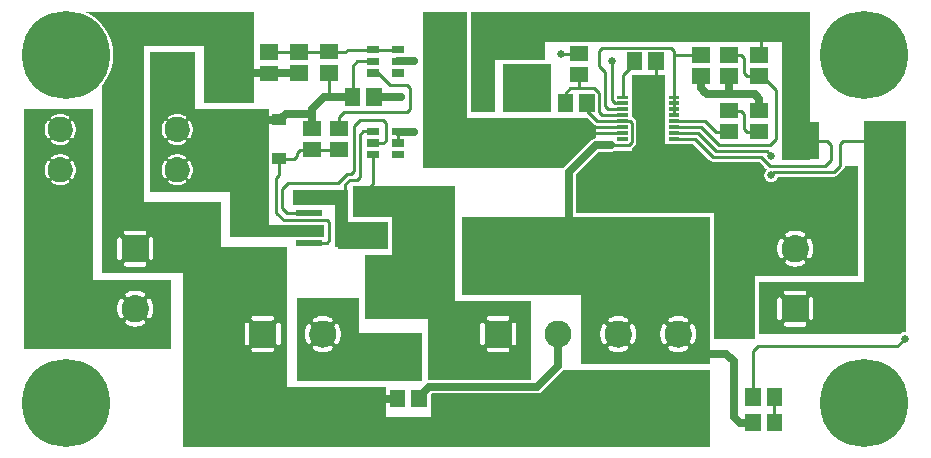
<source format=gbr>
G04 start of page 2 for group 0 idx 0 *
G04 Title: (unknown), top *
G04 Creator: pcb 4.0.2 *
G04 CreationDate: Thu Jun 24 15:44:02 2021 UTC *
G04 For: ndholmes *
G04 Format: Gerber/RS-274X *
G04 PCB-Dimensions (mil): 3000.00 1500.00 *
G04 PCB-Coordinate-Origin: lower left *
%MOIN*%
%FSLAX25Y25*%
%LNTOP*%
%ADD21C,0.0630*%
%ADD20C,0.0550*%
%ADD19C,0.1285*%
%ADD18C,0.0120*%
%ADD17C,0.0260*%
%ADD16C,0.0830*%
%ADD15C,0.0900*%
%ADD14C,0.2937*%
%ADD13C,0.0250*%
%ADD12C,0.0100*%
%ADD11C,0.0001*%
G54D11*G36*
X19280Y115000D02*X26000D01*
Y35000D01*
X19280D01*
Y91947D01*
X19289Y91956D01*
X19335Y92019D01*
X19566Y92408D01*
X19758Y92817D01*
X19914Y93242D01*
X20031Y93678D01*
X20110Y94123D01*
X20150Y94574D01*
Y95026D01*
X20110Y95477D01*
X20031Y95922D01*
X19914Y96358D01*
X19758Y96783D01*
X19566Y97192D01*
X19339Y97583D01*
X19292Y97647D01*
X19280Y97658D01*
Y105347D01*
X19289Y105356D01*
X19335Y105419D01*
X19566Y105808D01*
X19758Y106217D01*
X19914Y106642D01*
X20031Y107078D01*
X20110Y107523D01*
X20150Y107974D01*
Y108426D01*
X20110Y108877D01*
X20031Y109322D01*
X19914Y109758D01*
X19758Y110183D01*
X19566Y110592D01*
X19339Y110983D01*
X19292Y111047D01*
X19280Y111058D01*
Y115000D01*
G37*
G36*
X15002D02*X19280D01*
Y111058D01*
X19234Y111102D01*
X19169Y111147D01*
X19098Y111182D01*
X19022Y111205D01*
X18943Y111215D01*
X18864Y111214D01*
X18786Y111200D01*
X18711Y111174D01*
X18641Y111136D01*
X18578Y111088D01*
X18523Y111031D01*
X18478Y110966D01*
X18443Y110894D01*
X18420Y110819D01*
X18409Y110740D01*
X18411Y110661D01*
X18425Y110583D01*
X18451Y110508D01*
X18490Y110439D01*
X18676Y110126D01*
X18831Y109796D01*
X18956Y109455D01*
X19051Y109103D01*
X19114Y108745D01*
X19146Y108382D01*
Y108018D01*
X19114Y107655D01*
X19051Y107297D01*
X18956Y106945D01*
X18831Y106604D01*
X18676Y106274D01*
X18493Y105959D01*
X18455Y105891D01*
X18429Y105816D01*
X18415Y105739D01*
X18413Y105660D01*
X18424Y105582D01*
X18447Y105507D01*
X18481Y105436D01*
X18526Y105372D01*
X18580Y105315D01*
X18643Y105267D01*
X18713Y105230D01*
X18787Y105204D01*
X18864Y105190D01*
X18943Y105189D01*
X19021Y105199D01*
X19096Y105222D01*
X19167Y105256D01*
X19232Y105301D01*
X19280Y105347D01*
Y97658D01*
X19234Y97702D01*
X19169Y97747D01*
X19098Y97782D01*
X19022Y97805D01*
X18943Y97815D01*
X18864Y97814D01*
X18786Y97800D01*
X18711Y97774D01*
X18641Y97736D01*
X18578Y97688D01*
X18523Y97631D01*
X18478Y97566D01*
X18443Y97494D01*
X18420Y97419D01*
X18409Y97340D01*
X18411Y97261D01*
X18425Y97183D01*
X18451Y97108D01*
X18490Y97039D01*
X18676Y96726D01*
X18831Y96396D01*
X18956Y96055D01*
X19051Y95703D01*
X19114Y95345D01*
X19146Y94982D01*
Y94618D01*
X19114Y94255D01*
X19051Y93897D01*
X18956Y93545D01*
X18831Y93204D01*
X18676Y92874D01*
X18493Y92559D01*
X18455Y92491D01*
X18429Y92416D01*
X18415Y92339D01*
X18413Y92260D01*
X18424Y92182D01*
X18447Y92107D01*
X18481Y92036D01*
X18526Y91972D01*
X18580Y91915D01*
X18643Y91867D01*
X18713Y91830D01*
X18787Y91804D01*
X18864Y91790D01*
X18943Y91789D01*
X19021Y91799D01*
X19096Y91822D01*
X19167Y91856D01*
X19232Y91901D01*
X19280Y91947D01*
Y35000D01*
X15002D01*
Y89650D01*
X15226D01*
X15677Y89690D01*
X16122Y89769D01*
X16558Y89886D01*
X16983Y90042D01*
X17392Y90234D01*
X17783Y90461D01*
X17847Y90508D01*
X17902Y90566D01*
X17947Y90631D01*
X17982Y90702D01*
X18005Y90778D01*
X18015Y90857D01*
X18014Y90936D01*
X18000Y91014D01*
X17974Y91089D01*
X17936Y91159D01*
X17888Y91222D01*
X17831Y91277D01*
X17766Y91322D01*
X17694Y91357D01*
X17619Y91380D01*
X17540Y91391D01*
X17461Y91389D01*
X17383Y91375D01*
X17308Y91349D01*
X17239Y91310D01*
X16926Y91124D01*
X16596Y90969D01*
X16255Y90844D01*
X15903Y90749D01*
X15545Y90686D01*
X15182Y90654D01*
X15002D01*
Y98946D01*
X15182D01*
X15545Y98914D01*
X15903Y98851D01*
X16255Y98756D01*
X16596Y98631D01*
X16926Y98476D01*
X17241Y98293D01*
X17309Y98255D01*
X17384Y98229D01*
X17461Y98215D01*
X17540Y98213D01*
X17618Y98224D01*
X17693Y98247D01*
X17764Y98281D01*
X17828Y98326D01*
X17885Y98380D01*
X17933Y98443D01*
X17970Y98513D01*
X17996Y98587D01*
X18010Y98664D01*
X18011Y98743D01*
X18001Y98821D01*
X17978Y98896D01*
X17944Y98967D01*
X17899Y99032D01*
X17844Y99089D01*
X17781Y99135D01*
X17392Y99366D01*
X16983Y99558D01*
X16558Y99714D01*
X16122Y99831D01*
X15677Y99910D01*
X15226Y99950D01*
X15002D01*
Y103050D01*
X15226D01*
X15677Y103090D01*
X16122Y103169D01*
X16558Y103286D01*
X16983Y103442D01*
X17392Y103634D01*
X17783Y103861D01*
X17847Y103908D01*
X17902Y103966D01*
X17947Y104031D01*
X17982Y104102D01*
X18005Y104178D01*
X18015Y104257D01*
X18014Y104336D01*
X18000Y104414D01*
X17974Y104489D01*
X17936Y104559D01*
X17888Y104622D01*
X17831Y104677D01*
X17766Y104722D01*
X17694Y104757D01*
X17619Y104780D01*
X17540Y104791D01*
X17461Y104789D01*
X17383Y104775D01*
X17308Y104749D01*
X17239Y104710D01*
X16926Y104524D01*
X16596Y104369D01*
X16255Y104244D01*
X15903Y104149D01*
X15545Y104086D01*
X15182Y104054D01*
X15002D01*
Y112346D01*
X15182D01*
X15545Y112314D01*
X15903Y112251D01*
X16255Y112156D01*
X16596Y112031D01*
X16926Y111876D01*
X17241Y111693D01*
X17309Y111655D01*
X17384Y111629D01*
X17461Y111615D01*
X17540Y111613D01*
X17618Y111624D01*
X17693Y111647D01*
X17764Y111681D01*
X17828Y111726D01*
X17885Y111780D01*
X17933Y111843D01*
X17970Y111913D01*
X17996Y111987D01*
X18010Y112064D01*
X18011Y112143D01*
X18001Y112221D01*
X17978Y112296D01*
X17944Y112367D01*
X17899Y112432D01*
X17844Y112489D01*
X17781Y112535D01*
X17392Y112766D01*
X16983Y112958D01*
X16558Y113114D01*
X16122Y113231D01*
X15677Y113310D01*
X15226Y113350D01*
X15002D01*
Y115000D01*
G37*
G36*
X10720D02*X15002D01*
Y113350D01*
X14774D01*
X14323Y113310D01*
X13878Y113231D01*
X13442Y113114D01*
X13017Y112958D01*
X12608Y112766D01*
X12217Y112539D01*
X12153Y112492D01*
X12098Y112434D01*
X12053Y112369D01*
X12018Y112298D01*
X11995Y112222D01*
X11985Y112143D01*
X11986Y112064D01*
X12000Y111986D01*
X12026Y111911D01*
X12064Y111841D01*
X12112Y111778D01*
X12169Y111723D01*
X12234Y111678D01*
X12306Y111643D01*
X12381Y111620D01*
X12460Y111609D01*
X12539Y111611D01*
X12617Y111625D01*
X12692Y111651D01*
X12761Y111690D01*
X13074Y111876D01*
X13404Y112031D01*
X13745Y112156D01*
X14097Y112251D01*
X14455Y112314D01*
X14818Y112346D01*
X15002D01*
Y104054D01*
X14818D01*
X14455Y104086D01*
X14097Y104149D01*
X13745Y104244D01*
X13404Y104369D01*
X13074Y104524D01*
X12759Y104707D01*
X12691Y104745D01*
X12616Y104771D01*
X12539Y104785D01*
X12460Y104787D01*
X12382Y104776D01*
X12307Y104753D01*
X12236Y104719D01*
X12172Y104674D01*
X12115Y104620D01*
X12067Y104557D01*
X12030Y104487D01*
X12004Y104413D01*
X11990Y104336D01*
X11989Y104257D01*
X11999Y104179D01*
X12022Y104104D01*
X12056Y104033D01*
X12101Y103968D01*
X12156Y103911D01*
X12219Y103865D01*
X12608Y103634D01*
X13017Y103442D01*
X13442Y103286D01*
X13878Y103169D01*
X14323Y103090D01*
X14774Y103050D01*
X15002D01*
Y99950D01*
X14774D01*
X14323Y99910D01*
X13878Y99831D01*
X13442Y99714D01*
X13017Y99558D01*
X12608Y99366D01*
X12217Y99139D01*
X12153Y99092D01*
X12098Y99034D01*
X12053Y98969D01*
X12018Y98898D01*
X11995Y98822D01*
X11985Y98743D01*
X11986Y98664D01*
X12000Y98586D01*
X12026Y98511D01*
X12064Y98441D01*
X12112Y98378D01*
X12169Y98323D01*
X12234Y98278D01*
X12306Y98243D01*
X12381Y98220D01*
X12460Y98209D01*
X12539Y98211D01*
X12617Y98225D01*
X12692Y98251D01*
X12761Y98290D01*
X13074Y98476D01*
X13404Y98631D01*
X13745Y98756D01*
X14097Y98851D01*
X14455Y98914D01*
X14818Y98946D01*
X15002D01*
Y90654D01*
X14818D01*
X14455Y90686D01*
X14097Y90749D01*
X13745Y90844D01*
X13404Y90969D01*
X13074Y91124D01*
X12759Y91307D01*
X12691Y91345D01*
X12616Y91371D01*
X12539Y91385D01*
X12460Y91387D01*
X12382Y91376D01*
X12307Y91353D01*
X12236Y91319D01*
X12172Y91274D01*
X12115Y91220D01*
X12067Y91157D01*
X12030Y91087D01*
X12004Y91013D01*
X11990Y90936D01*
X11989Y90857D01*
X11999Y90779D01*
X12022Y90704D01*
X12056Y90633D01*
X12101Y90568D01*
X12156Y90511D01*
X12219Y90465D01*
X12608Y90234D01*
X13017Y90042D01*
X13442Y89886D01*
X13878Y89769D01*
X14323Y89690D01*
X14774Y89650D01*
X15002D01*
Y35000D01*
X10720D01*
Y91942D01*
X10766Y91898D01*
X10831Y91853D01*
X10902Y91818D01*
X10978Y91795D01*
X11057Y91785D01*
X11136Y91786D01*
X11214Y91800D01*
X11289Y91826D01*
X11359Y91864D01*
X11422Y91912D01*
X11477Y91969D01*
X11522Y92034D01*
X11557Y92106D01*
X11580Y92181D01*
X11591Y92260D01*
X11589Y92339D01*
X11575Y92417D01*
X11549Y92492D01*
X11510Y92561D01*
X11324Y92874D01*
X11169Y93204D01*
X11044Y93545D01*
X10949Y93897D01*
X10886Y94255D01*
X10854Y94618D01*
Y94982D01*
X10886Y95345D01*
X10949Y95703D01*
X11044Y96055D01*
X11169Y96396D01*
X11324Y96726D01*
X11507Y97041D01*
X11545Y97109D01*
X11571Y97184D01*
X11585Y97261D01*
X11587Y97340D01*
X11576Y97418D01*
X11553Y97493D01*
X11519Y97564D01*
X11474Y97628D01*
X11420Y97685D01*
X11357Y97733D01*
X11287Y97770D01*
X11213Y97796D01*
X11136Y97810D01*
X11057Y97811D01*
X10979Y97801D01*
X10904Y97778D01*
X10833Y97744D01*
X10768Y97699D01*
X10720Y97653D01*
Y105342D01*
X10766Y105298D01*
X10831Y105253D01*
X10902Y105218D01*
X10978Y105195D01*
X11057Y105185D01*
X11136Y105186D01*
X11214Y105200D01*
X11289Y105226D01*
X11359Y105264D01*
X11422Y105312D01*
X11477Y105369D01*
X11522Y105434D01*
X11557Y105506D01*
X11580Y105581D01*
X11591Y105660D01*
X11589Y105739D01*
X11575Y105817D01*
X11549Y105892D01*
X11510Y105961D01*
X11324Y106274D01*
X11169Y106604D01*
X11044Y106945D01*
X10949Y107297D01*
X10886Y107655D01*
X10854Y108018D01*
Y108382D01*
X10886Y108745D01*
X10949Y109103D01*
X11044Y109455D01*
X11169Y109796D01*
X11324Y110126D01*
X11507Y110441D01*
X11545Y110509D01*
X11571Y110584D01*
X11585Y110661D01*
X11587Y110740D01*
X11576Y110818D01*
X11553Y110893D01*
X11519Y110964D01*
X11474Y111028D01*
X11420Y111085D01*
X11357Y111133D01*
X11287Y111170D01*
X11213Y111196D01*
X11136Y111210D01*
X11057Y111211D01*
X10979Y111201D01*
X10904Y111178D01*
X10833Y111144D01*
X10768Y111099D01*
X10720Y111053D01*
Y115000D01*
G37*
G36*
X3000D02*X10720D01*
Y111053D01*
X10711Y111044D01*
X10665Y110981D01*
X10434Y110592D01*
X10242Y110183D01*
X10086Y109758D01*
X9969Y109322D01*
X9890Y108877D01*
X9850Y108426D01*
Y107974D01*
X9890Y107523D01*
X9969Y107078D01*
X10086Y106642D01*
X10242Y106217D01*
X10434Y105808D01*
X10661Y105417D01*
X10708Y105353D01*
X10720Y105342D01*
Y97653D01*
X10711Y97644D01*
X10665Y97581D01*
X10434Y97192D01*
X10242Y96783D01*
X10086Y96358D01*
X9969Y95922D01*
X9890Y95477D01*
X9850Y95026D01*
Y94574D01*
X9890Y94123D01*
X9969Y93678D01*
X10086Y93242D01*
X10242Y92817D01*
X10434Y92408D01*
X10661Y92017D01*
X10708Y91953D01*
X10720Y91942D01*
Y35000D01*
X3000D01*
Y115000D01*
G37*
G36*
X44926Y58000D02*X52000D01*
Y35000D01*
X44926D01*
Y45303D01*
X44930Y45305D01*
X45033Y45364D01*
X45125Y45438D01*
X45204Y45525D01*
X45266Y45625D01*
X45511Y46112D01*
X45705Y46622D01*
X45852Y47148D01*
X45951Y47684D01*
X46000Y48227D01*
Y48773D01*
X45951Y49316D01*
X45852Y49852D01*
X45705Y50378D01*
X45511Y50888D01*
X45272Y51378D01*
X45208Y51478D01*
X45128Y51566D01*
X45035Y51640D01*
X44932Y51699D01*
X44926Y51702D01*
Y58000D01*
G37*
G36*
X40002D02*X44926D01*
Y51702D01*
X44821Y51742D01*
X44705Y51766D01*
X44587Y51772D01*
X44468Y51760D01*
X44354Y51729D01*
X44245Y51680D01*
X44146Y51615D01*
X44058Y51535D01*
X43983Y51443D01*
X43924Y51340D01*
X43882Y51229D01*
X43857Y51113D01*
X43851Y50994D01*
X43864Y50876D01*
X43895Y50761D01*
X43946Y50654D01*
X44129Y50289D01*
X44274Y49907D01*
X44384Y49513D01*
X44458Y49111D01*
X44495Y48704D01*
Y48296D01*
X44458Y47889D01*
X44384Y47487D01*
X44274Y47093D01*
X44129Y46711D01*
X43950Y46344D01*
X43900Y46237D01*
X43869Y46123D01*
X43856Y46006D01*
X43862Y45888D01*
X43886Y45772D01*
X43928Y45662D01*
X43987Y45560D01*
X44061Y45468D01*
X44149Y45389D01*
X44248Y45324D01*
X44355Y45276D01*
X44469Y45245D01*
X44587Y45232D01*
X44705Y45238D01*
X44820Y45263D01*
X44926Y45303D01*
Y35000D01*
X40002D01*
Y42500D01*
X40273D01*
X40816Y42549D01*
X41352Y42648D01*
X41878Y42795D01*
X42388Y42989D01*
X42878Y43228D01*
X42978Y43292D01*
X43066Y43372D01*
X43140Y43465D01*
X43199Y43568D01*
X43242Y43679D01*
X43266Y43795D01*
X43272Y43913D01*
X43260Y44032D01*
X43229Y44146D01*
X43180Y44255D01*
X43115Y44354D01*
X43035Y44442D01*
X42943Y44517D01*
X42840Y44576D01*
X42729Y44618D01*
X42613Y44643D01*
X42494Y44649D01*
X42376Y44636D01*
X42261Y44605D01*
X42154Y44554D01*
X41789Y44371D01*
X41407Y44226D01*
X41013Y44116D01*
X40611Y44042D01*
X40204Y44005D01*
X40002D01*
Y52995D01*
X40204D01*
X40611Y52958D01*
X41013Y52884D01*
X41407Y52774D01*
X41789Y52629D01*
X42156Y52450D01*
X42263Y52400D01*
X42377Y52369D01*
X42494Y52356D01*
X42612Y52362D01*
X42728Y52386D01*
X42838Y52428D01*
X42940Y52487D01*
X43032Y52561D01*
X43111Y52649D01*
X43176Y52748D01*
X43224Y52855D01*
X43255Y52969D01*
X43268Y53087D01*
X43262Y53205D01*
X43237Y53320D01*
X43195Y53430D01*
X43136Y53533D01*
X43062Y53625D01*
X42975Y53704D01*
X42875Y53766D01*
X42388Y54011D01*
X41878Y54205D01*
X41352Y54352D01*
X40816Y54451D01*
X40273Y54500D01*
X40002D01*
Y58000D01*
G37*
G36*
X35074D02*X40002D01*
Y54500D01*
X39727D01*
X39184Y54451D01*
X38648Y54352D01*
X38122Y54205D01*
X37612Y54011D01*
X37122Y53772D01*
X37022Y53708D01*
X36934Y53628D01*
X36860Y53535D01*
X36801Y53432D01*
X36758Y53321D01*
X36734Y53205D01*
X36728Y53087D01*
X36740Y52968D01*
X36771Y52854D01*
X36820Y52745D01*
X36885Y52646D01*
X36965Y52558D01*
X37057Y52483D01*
X37160Y52424D01*
X37271Y52382D01*
X37387Y52357D01*
X37506Y52351D01*
X37624Y52364D01*
X37739Y52395D01*
X37846Y52446D01*
X38211Y52629D01*
X38593Y52774D01*
X38987Y52884D01*
X39389Y52958D01*
X39796Y52995D01*
X40002D01*
Y44005D01*
X39796D01*
X39389Y44042D01*
X38987Y44116D01*
X38593Y44226D01*
X38211Y44371D01*
X37844Y44550D01*
X37737Y44600D01*
X37623Y44631D01*
X37506Y44644D01*
X37388Y44638D01*
X37272Y44614D01*
X37162Y44572D01*
X37060Y44513D01*
X36968Y44439D01*
X36889Y44351D01*
X36824Y44252D01*
X36776Y44145D01*
X36745Y44031D01*
X36732Y43913D01*
X36738Y43795D01*
X36763Y43680D01*
X36805Y43570D01*
X36864Y43467D01*
X36938Y43375D01*
X37025Y43296D01*
X37125Y43234D01*
X37612Y42989D01*
X38122Y42795D01*
X38648Y42648D01*
X39184Y42549D01*
X39727Y42500D01*
X40002D01*
Y35000D01*
X35074D01*
Y45298D01*
X35179Y45258D01*
X35295Y45234D01*
X35413Y45228D01*
X35532Y45240D01*
X35646Y45271D01*
X35755Y45320D01*
X35854Y45385D01*
X35942Y45465D01*
X36017Y45557D01*
X36076Y45660D01*
X36118Y45771D01*
X36143Y45887D01*
X36149Y46006D01*
X36136Y46124D01*
X36105Y46239D01*
X36054Y46346D01*
X35871Y46711D01*
X35726Y47093D01*
X35616Y47487D01*
X35542Y47889D01*
X35505Y48296D01*
Y48704D01*
X35542Y49111D01*
X35616Y49513D01*
X35726Y49907D01*
X35871Y50289D01*
X36050Y50656D01*
X36100Y50763D01*
X36131Y50877D01*
X36144Y50994D01*
X36138Y51112D01*
X36114Y51228D01*
X36072Y51338D01*
X36013Y51440D01*
X35939Y51532D01*
X35851Y51611D01*
X35752Y51676D01*
X35645Y51724D01*
X35531Y51755D01*
X35413Y51768D01*
X35295Y51762D01*
X35180Y51737D01*
X35074Y51697D01*
Y58000D01*
G37*
G36*
X14000D02*X35074D01*
Y51697D01*
X35070Y51695D01*
X34967Y51636D01*
X34875Y51562D01*
X34796Y51475D01*
X34734Y51375D01*
X34489Y50888D01*
X34295Y50378D01*
X34148Y49852D01*
X34049Y49316D01*
X34000Y48773D01*
Y48227D01*
X34049Y47684D01*
X34148Y47148D01*
X34295Y46622D01*
X34489Y46112D01*
X34728Y45622D01*
X34792Y45522D01*
X34872Y45434D01*
X34965Y45360D01*
X35068Y45301D01*
X35074Y45298D01*
Y35000D01*
X14000D01*
Y58000D01*
G37*
G36*
X46000Y140000D02*X31077D01*
X31018Y140142D01*
X29728Y142247D01*
X28124Y144124D01*
X26247Y145728D01*
X24142Y147018D01*
X22978Y147500D01*
X46000D01*
Y140000D01*
G37*
G36*
X45250Y84000D02*X68500D01*
Y60500D01*
X45250D01*
Y64748D01*
X45368Y64757D01*
X45482Y64785D01*
X45592Y64830D01*
X45692Y64891D01*
X45782Y64968D01*
X45859Y65058D01*
X45920Y65158D01*
X45965Y65268D01*
X45993Y65382D01*
X46000Y65500D01*
Y71500D01*
X45993Y71618D01*
X45965Y71732D01*
X45920Y71842D01*
X45859Y71942D01*
X45782Y72032D01*
X45692Y72109D01*
X45592Y72170D01*
X45482Y72215D01*
X45368Y72243D01*
X45250Y72252D01*
Y84000D01*
G37*
G36*
X40000D02*X45250D01*
Y72252D01*
X45132Y72243D01*
X45018Y72215D01*
X44908Y72170D01*
X44808Y72109D01*
X44718Y72032D01*
X44641Y71942D01*
X44580Y71842D01*
X44535Y71732D01*
X44507Y71618D01*
X44500Y71500D01*
Y65500D01*
X44507Y65382D01*
X44535Y65268D01*
X44580Y65158D01*
X44641Y65058D01*
X44718Y64968D01*
X44808Y64891D01*
X44908Y64830D01*
X45018Y64785D01*
X45132Y64757D01*
X45250Y64748D01*
Y60500D01*
X40000D01*
Y62500D01*
X43000D01*
X43118Y62507D01*
X43232Y62535D01*
X43342Y62580D01*
X43442Y62641D01*
X43532Y62718D01*
X43609Y62808D01*
X43670Y62908D01*
X43715Y63018D01*
X43743Y63132D01*
X43752Y63250D01*
X43743Y63368D01*
X43715Y63482D01*
X43670Y63592D01*
X43609Y63692D01*
X43532Y63782D01*
X43442Y63859D01*
X43342Y63920D01*
X43232Y63965D01*
X43118Y63993D01*
X43000Y64000D01*
X40000D01*
Y73000D01*
X43000D01*
X43118Y73007D01*
X43232Y73035D01*
X43342Y73080D01*
X43442Y73141D01*
X43532Y73218D01*
X43609Y73308D01*
X43670Y73408D01*
X43715Y73518D01*
X43743Y73632D01*
X43752Y73750D01*
X43743Y73868D01*
X43715Y73982D01*
X43670Y74092D01*
X43609Y74192D01*
X43532Y74282D01*
X43442Y74359D01*
X43342Y74420D01*
X43232Y74465D01*
X43118Y74493D01*
X43000Y74500D01*
X40000D01*
Y84000D01*
G37*
G36*
X34750D02*X40000D01*
Y74500D01*
X37000D01*
X36882Y74493D01*
X36768Y74465D01*
X36658Y74420D01*
X36558Y74359D01*
X36468Y74282D01*
X36391Y74192D01*
X36330Y74092D01*
X36285Y73982D01*
X36257Y73868D01*
X36248Y73750D01*
X36257Y73632D01*
X36285Y73518D01*
X36330Y73408D01*
X36391Y73308D01*
X36468Y73218D01*
X36558Y73141D01*
X36658Y73080D01*
X36768Y73035D01*
X36882Y73007D01*
X37000Y73000D01*
X40000D01*
Y64000D01*
X37000D01*
X36882Y63993D01*
X36768Y63965D01*
X36658Y63920D01*
X36558Y63859D01*
X36468Y63782D01*
X36391Y63692D01*
X36330Y63592D01*
X36285Y63482D01*
X36257Y63368D01*
X36248Y63250D01*
X36257Y63132D01*
X36285Y63018D01*
X36330Y62908D01*
X36391Y62808D01*
X36468Y62718D01*
X36558Y62641D01*
X36658Y62580D01*
X36768Y62535D01*
X36882Y62507D01*
X37000Y62500D01*
X40000D01*
Y60500D01*
X34750D01*
Y64748D01*
X34868Y64757D01*
X34982Y64785D01*
X35092Y64830D01*
X35192Y64891D01*
X35282Y64968D01*
X35359Y65058D01*
X35420Y65158D01*
X35465Y65268D01*
X35493Y65382D01*
X35500Y65500D01*
Y71500D01*
X35493Y71618D01*
X35465Y71732D01*
X35420Y71842D01*
X35359Y71942D01*
X35282Y72032D01*
X35192Y72109D01*
X35092Y72170D01*
X34982Y72215D01*
X34868Y72243D01*
X34750Y72252D01*
Y84000D01*
G37*
G36*
X29000D02*X34750D01*
Y72252D01*
X34632Y72243D01*
X34518Y72215D01*
X34408Y72170D01*
X34308Y72109D01*
X34218Y72032D01*
X34141Y71942D01*
X34080Y71842D01*
X34035Y71732D01*
X34007Y71618D01*
X34000Y71500D01*
Y65500D01*
X34007Y65382D01*
X34035Y65268D01*
X34080Y65158D01*
X34141Y65058D01*
X34218Y64968D01*
X34308Y64891D01*
X34408Y64830D01*
X34518Y64785D01*
X34632Y64757D01*
X34750Y64748D01*
Y60500D01*
X29000D01*
Y84000D01*
G37*
G36*
X58280Y115000D02*X83500D01*
Y87500D01*
X58280D01*
Y91947D01*
X58289Y91956D01*
X58335Y92019D01*
X58566Y92408D01*
X58758Y92817D01*
X58914Y93242D01*
X59031Y93678D01*
X59110Y94123D01*
X59150Y94574D01*
Y95026D01*
X59110Y95477D01*
X59031Y95922D01*
X58914Y96358D01*
X58758Y96783D01*
X58566Y97192D01*
X58339Y97583D01*
X58292Y97647D01*
X58280Y97658D01*
Y105347D01*
X58289Y105356D01*
X58335Y105419D01*
X58566Y105808D01*
X58758Y106217D01*
X58914Y106642D01*
X59031Y107078D01*
X59110Y107523D01*
X59150Y107974D01*
Y108426D01*
X59110Y108877D01*
X59031Y109322D01*
X58914Y109758D01*
X58758Y110183D01*
X58566Y110592D01*
X58339Y110983D01*
X58292Y111047D01*
X58280Y111058D01*
Y115000D01*
G37*
G36*
X54002D02*X58280D01*
Y111058D01*
X58234Y111102D01*
X58169Y111147D01*
X58098Y111182D01*
X58022Y111205D01*
X57943Y111215D01*
X57864Y111214D01*
X57786Y111200D01*
X57711Y111174D01*
X57641Y111136D01*
X57578Y111088D01*
X57523Y111031D01*
X57478Y110966D01*
X57443Y110894D01*
X57420Y110819D01*
X57409Y110740D01*
X57411Y110661D01*
X57425Y110583D01*
X57451Y110508D01*
X57490Y110439D01*
X57676Y110126D01*
X57831Y109796D01*
X57956Y109455D01*
X58051Y109103D01*
X58114Y108745D01*
X58146Y108382D01*
Y108018D01*
X58114Y107655D01*
X58051Y107297D01*
X57956Y106945D01*
X57831Y106604D01*
X57676Y106274D01*
X57493Y105959D01*
X57455Y105891D01*
X57429Y105816D01*
X57415Y105739D01*
X57413Y105660D01*
X57424Y105582D01*
X57447Y105507D01*
X57481Y105436D01*
X57526Y105372D01*
X57580Y105315D01*
X57643Y105267D01*
X57713Y105230D01*
X57787Y105204D01*
X57864Y105190D01*
X57943Y105189D01*
X58021Y105199D01*
X58096Y105222D01*
X58167Y105256D01*
X58232Y105301D01*
X58280Y105347D01*
Y97658D01*
X58234Y97702D01*
X58169Y97747D01*
X58098Y97782D01*
X58022Y97805D01*
X57943Y97815D01*
X57864Y97814D01*
X57786Y97800D01*
X57711Y97774D01*
X57641Y97736D01*
X57578Y97688D01*
X57523Y97631D01*
X57478Y97566D01*
X57443Y97494D01*
X57420Y97419D01*
X57409Y97340D01*
X57411Y97261D01*
X57425Y97183D01*
X57451Y97108D01*
X57490Y97039D01*
X57676Y96726D01*
X57831Y96396D01*
X57956Y96055D01*
X58051Y95703D01*
X58114Y95345D01*
X58146Y94982D01*
Y94618D01*
X58114Y94255D01*
X58051Y93897D01*
X57956Y93545D01*
X57831Y93204D01*
X57676Y92874D01*
X57493Y92559D01*
X57455Y92491D01*
X57429Y92416D01*
X57415Y92339D01*
X57413Y92260D01*
X57424Y92182D01*
X57447Y92107D01*
X57481Y92036D01*
X57526Y91972D01*
X57580Y91915D01*
X57643Y91867D01*
X57713Y91830D01*
X57787Y91804D01*
X57864Y91790D01*
X57943Y91789D01*
X58021Y91799D01*
X58096Y91822D01*
X58167Y91856D01*
X58232Y91901D01*
X58280Y91947D01*
Y87500D01*
X54002D01*
Y89650D01*
X54226D01*
X54677Y89690D01*
X55122Y89769D01*
X55558Y89886D01*
X55983Y90042D01*
X56392Y90234D01*
X56783Y90461D01*
X56847Y90508D01*
X56902Y90566D01*
X56947Y90631D01*
X56982Y90702D01*
X57005Y90778D01*
X57015Y90857D01*
X57014Y90936D01*
X57000Y91014D01*
X56974Y91089D01*
X56936Y91159D01*
X56888Y91222D01*
X56831Y91277D01*
X56766Y91322D01*
X56694Y91357D01*
X56619Y91380D01*
X56540Y91391D01*
X56461Y91389D01*
X56383Y91375D01*
X56308Y91349D01*
X56239Y91310D01*
X55926Y91124D01*
X55596Y90969D01*
X55255Y90844D01*
X54903Y90749D01*
X54545Y90686D01*
X54182Y90654D01*
X54002D01*
Y98946D01*
X54182D01*
X54545Y98914D01*
X54903Y98851D01*
X55255Y98756D01*
X55596Y98631D01*
X55926Y98476D01*
X56241Y98293D01*
X56309Y98255D01*
X56384Y98229D01*
X56461Y98215D01*
X56540Y98213D01*
X56618Y98224D01*
X56693Y98247D01*
X56764Y98281D01*
X56828Y98326D01*
X56885Y98380D01*
X56933Y98443D01*
X56970Y98513D01*
X56996Y98587D01*
X57010Y98664D01*
X57011Y98743D01*
X57001Y98821D01*
X56978Y98896D01*
X56944Y98967D01*
X56899Y99032D01*
X56844Y99089D01*
X56781Y99135D01*
X56392Y99366D01*
X55983Y99558D01*
X55558Y99714D01*
X55122Y99831D01*
X54677Y99910D01*
X54226Y99950D01*
X54002D01*
Y103050D01*
X54226D01*
X54677Y103090D01*
X55122Y103169D01*
X55558Y103286D01*
X55983Y103442D01*
X56392Y103634D01*
X56783Y103861D01*
X56847Y103908D01*
X56902Y103966D01*
X56947Y104031D01*
X56982Y104102D01*
X57005Y104178D01*
X57015Y104257D01*
X57014Y104336D01*
X57000Y104414D01*
X56974Y104489D01*
X56936Y104559D01*
X56888Y104622D01*
X56831Y104677D01*
X56766Y104722D01*
X56694Y104757D01*
X56619Y104780D01*
X56540Y104791D01*
X56461Y104789D01*
X56383Y104775D01*
X56308Y104749D01*
X56239Y104710D01*
X55926Y104524D01*
X55596Y104369D01*
X55255Y104244D01*
X54903Y104149D01*
X54545Y104086D01*
X54182Y104054D01*
X54002D01*
Y112346D01*
X54182D01*
X54545Y112314D01*
X54903Y112251D01*
X55255Y112156D01*
X55596Y112031D01*
X55926Y111876D01*
X56241Y111693D01*
X56309Y111655D01*
X56384Y111629D01*
X56461Y111615D01*
X56540Y111613D01*
X56618Y111624D01*
X56693Y111647D01*
X56764Y111681D01*
X56828Y111726D01*
X56885Y111780D01*
X56933Y111843D01*
X56970Y111913D01*
X56996Y111987D01*
X57010Y112064D01*
X57011Y112143D01*
X57001Y112221D01*
X56978Y112296D01*
X56944Y112367D01*
X56899Y112432D01*
X56844Y112489D01*
X56781Y112535D01*
X56392Y112766D01*
X55983Y112958D01*
X55558Y113114D01*
X55122Y113231D01*
X54677Y113310D01*
X54226Y113350D01*
X54002D01*
Y115000D01*
G37*
G36*
X49720D02*X54002D01*
Y113350D01*
X53774D01*
X53323Y113310D01*
X52878Y113231D01*
X52442Y113114D01*
X52017Y112958D01*
X51608Y112766D01*
X51217Y112539D01*
X51153Y112492D01*
X51098Y112434D01*
X51053Y112369D01*
X51018Y112298D01*
X50995Y112222D01*
X50985Y112143D01*
X50986Y112064D01*
X51000Y111986D01*
X51026Y111911D01*
X51064Y111841D01*
X51112Y111778D01*
X51169Y111723D01*
X51234Y111678D01*
X51306Y111643D01*
X51381Y111620D01*
X51460Y111609D01*
X51539Y111611D01*
X51617Y111625D01*
X51692Y111651D01*
X51761Y111690D01*
X52074Y111876D01*
X52404Y112031D01*
X52745Y112156D01*
X53097Y112251D01*
X53455Y112314D01*
X53818Y112346D01*
X54002D01*
Y104054D01*
X53818D01*
X53455Y104086D01*
X53097Y104149D01*
X52745Y104244D01*
X52404Y104369D01*
X52074Y104524D01*
X51759Y104707D01*
X51691Y104745D01*
X51616Y104771D01*
X51539Y104785D01*
X51460Y104787D01*
X51382Y104776D01*
X51307Y104753D01*
X51236Y104719D01*
X51172Y104674D01*
X51115Y104620D01*
X51067Y104557D01*
X51030Y104487D01*
X51004Y104413D01*
X50990Y104336D01*
X50989Y104257D01*
X50999Y104179D01*
X51022Y104104D01*
X51056Y104033D01*
X51101Y103968D01*
X51156Y103911D01*
X51219Y103865D01*
X51608Y103634D01*
X52017Y103442D01*
X52442Y103286D01*
X52878Y103169D01*
X53323Y103090D01*
X53774Y103050D01*
X54002D01*
Y99950D01*
X53774D01*
X53323Y99910D01*
X52878Y99831D01*
X52442Y99714D01*
X52017Y99558D01*
X51608Y99366D01*
X51217Y99139D01*
X51153Y99092D01*
X51098Y99034D01*
X51053Y98969D01*
X51018Y98898D01*
X50995Y98822D01*
X50985Y98743D01*
X50986Y98664D01*
X51000Y98586D01*
X51026Y98511D01*
X51064Y98441D01*
X51112Y98378D01*
X51169Y98323D01*
X51234Y98278D01*
X51306Y98243D01*
X51381Y98220D01*
X51460Y98209D01*
X51539Y98211D01*
X51617Y98225D01*
X51692Y98251D01*
X51761Y98290D01*
X52074Y98476D01*
X52404Y98631D01*
X52745Y98756D01*
X53097Y98851D01*
X53455Y98914D01*
X53818Y98946D01*
X54002D01*
Y90654D01*
X53818D01*
X53455Y90686D01*
X53097Y90749D01*
X52745Y90844D01*
X52404Y90969D01*
X52074Y91124D01*
X51759Y91307D01*
X51691Y91345D01*
X51616Y91371D01*
X51539Y91385D01*
X51460Y91387D01*
X51382Y91376D01*
X51307Y91353D01*
X51236Y91319D01*
X51172Y91274D01*
X51115Y91220D01*
X51067Y91157D01*
X51030Y91087D01*
X51004Y91013D01*
X50990Y90936D01*
X50989Y90857D01*
X50999Y90779D01*
X51022Y90704D01*
X51056Y90633D01*
X51101Y90568D01*
X51156Y90511D01*
X51219Y90465D01*
X51608Y90234D01*
X52017Y90042D01*
X52442Y89886D01*
X52878Y89769D01*
X53323Y89690D01*
X53774Y89650D01*
X54002D01*
Y87500D01*
X49720D01*
Y91942D01*
X49766Y91898D01*
X49831Y91853D01*
X49902Y91818D01*
X49978Y91795D01*
X50057Y91785D01*
X50136Y91786D01*
X50214Y91800D01*
X50289Y91826D01*
X50359Y91864D01*
X50422Y91912D01*
X50477Y91969D01*
X50522Y92034D01*
X50557Y92106D01*
X50580Y92181D01*
X50591Y92260D01*
X50589Y92339D01*
X50575Y92417D01*
X50549Y92492D01*
X50510Y92561D01*
X50324Y92874D01*
X50169Y93204D01*
X50044Y93545D01*
X49949Y93897D01*
X49886Y94255D01*
X49854Y94618D01*
Y94982D01*
X49886Y95345D01*
X49949Y95703D01*
X50044Y96055D01*
X50169Y96396D01*
X50324Y96726D01*
X50507Y97041D01*
X50545Y97109D01*
X50571Y97184D01*
X50585Y97261D01*
X50587Y97340D01*
X50576Y97418D01*
X50553Y97493D01*
X50519Y97564D01*
X50474Y97628D01*
X50420Y97685D01*
X50357Y97733D01*
X50287Y97770D01*
X50213Y97796D01*
X50136Y97810D01*
X50057Y97811D01*
X49979Y97801D01*
X49904Y97778D01*
X49833Y97744D01*
X49768Y97699D01*
X49720Y97653D01*
Y105342D01*
X49766Y105298D01*
X49831Y105253D01*
X49902Y105218D01*
X49978Y105195D01*
X50057Y105185D01*
X50136Y105186D01*
X50214Y105200D01*
X50289Y105226D01*
X50359Y105264D01*
X50422Y105312D01*
X50477Y105369D01*
X50522Y105434D01*
X50557Y105506D01*
X50580Y105581D01*
X50591Y105660D01*
X50589Y105739D01*
X50575Y105817D01*
X50549Y105892D01*
X50510Y105961D01*
X50324Y106274D01*
X50169Y106604D01*
X50044Y106945D01*
X49949Y107297D01*
X49886Y107655D01*
X49854Y108018D01*
Y108382D01*
X49886Y108745D01*
X49949Y109103D01*
X50044Y109455D01*
X50169Y109796D01*
X50324Y110126D01*
X50507Y110441D01*
X50545Y110509D01*
X50571Y110584D01*
X50585Y110661D01*
X50587Y110740D01*
X50576Y110818D01*
X50553Y110893D01*
X50519Y110964D01*
X50474Y111028D01*
X50420Y111085D01*
X50357Y111133D01*
X50287Y111170D01*
X50213Y111196D01*
X50136Y111210D01*
X50057Y111211D01*
X49979Y111201D01*
X49904Y111178D01*
X49833Y111144D01*
X49768Y111099D01*
X49720Y111053D01*
Y115000D01*
G37*
G36*
X47500D02*X49720D01*
Y111053D01*
X49711Y111044D01*
X49665Y110981D01*
X49434Y110592D01*
X49242Y110183D01*
X49086Y109758D01*
X48969Y109322D01*
X48890Y108877D01*
X48850Y108426D01*
Y107974D01*
X48890Y107523D01*
X48969Y107078D01*
X49086Y106642D01*
X49242Y106217D01*
X49434Y105808D01*
X49661Y105417D01*
X49708Y105353D01*
X49720Y105342D01*
Y97653D01*
X49711Y97644D01*
X49665Y97581D01*
X49434Y97192D01*
X49242Y96783D01*
X49086Y96358D01*
X48969Y95922D01*
X48890Y95477D01*
X48850Y95026D01*
Y94574D01*
X48890Y94123D01*
X48969Y93678D01*
X49086Y93242D01*
X49242Y92817D01*
X49434Y92408D01*
X49661Y92017D01*
X49708Y91953D01*
X49720Y91942D01*
Y87500D01*
X47500D01*
Y115000D01*
G37*
G36*
X71500D02*X84500D01*
Y72500D01*
X71500D01*
Y115000D01*
G37*
G36*
X58280Y134000D02*X60000D01*
Y87500D01*
X58280D01*
Y91947D01*
X58289Y91956D01*
X58335Y92019D01*
X58566Y92408D01*
X58758Y92817D01*
X58914Y93242D01*
X59031Y93678D01*
X59110Y94123D01*
X59150Y94574D01*
Y95026D01*
X59110Y95477D01*
X59031Y95922D01*
X58914Y96358D01*
X58758Y96783D01*
X58566Y97192D01*
X58339Y97583D01*
X58292Y97647D01*
X58280Y97658D01*
Y105347D01*
X58289Y105356D01*
X58335Y105419D01*
X58566Y105808D01*
X58758Y106217D01*
X58914Y106642D01*
X59031Y107078D01*
X59110Y107523D01*
X59150Y107974D01*
Y108426D01*
X59110Y108877D01*
X59031Y109322D01*
X58914Y109758D01*
X58758Y110183D01*
X58566Y110592D01*
X58339Y110983D01*
X58292Y111047D01*
X58280Y111058D01*
Y134000D01*
G37*
G36*
X54002D02*X58280D01*
Y111058D01*
X58234Y111102D01*
X58169Y111147D01*
X58098Y111182D01*
X58022Y111205D01*
X57943Y111215D01*
X57864Y111214D01*
X57786Y111200D01*
X57711Y111174D01*
X57641Y111136D01*
X57578Y111088D01*
X57523Y111031D01*
X57478Y110966D01*
X57443Y110894D01*
X57420Y110819D01*
X57409Y110740D01*
X57411Y110661D01*
X57425Y110583D01*
X57451Y110508D01*
X57490Y110439D01*
X57676Y110126D01*
X57831Y109796D01*
X57956Y109455D01*
X58051Y109103D01*
X58114Y108745D01*
X58146Y108382D01*
Y108018D01*
X58114Y107655D01*
X58051Y107297D01*
X57956Y106945D01*
X57831Y106604D01*
X57676Y106274D01*
X57493Y105959D01*
X57455Y105891D01*
X57429Y105816D01*
X57415Y105739D01*
X57413Y105660D01*
X57424Y105582D01*
X57447Y105507D01*
X57481Y105436D01*
X57526Y105372D01*
X57580Y105315D01*
X57643Y105267D01*
X57713Y105230D01*
X57787Y105204D01*
X57864Y105190D01*
X57943Y105189D01*
X58021Y105199D01*
X58096Y105222D01*
X58167Y105256D01*
X58232Y105301D01*
X58280Y105347D01*
Y97658D01*
X58234Y97702D01*
X58169Y97747D01*
X58098Y97782D01*
X58022Y97805D01*
X57943Y97815D01*
X57864Y97814D01*
X57786Y97800D01*
X57711Y97774D01*
X57641Y97736D01*
X57578Y97688D01*
X57523Y97631D01*
X57478Y97566D01*
X57443Y97494D01*
X57420Y97419D01*
X57409Y97340D01*
X57411Y97261D01*
X57425Y97183D01*
X57451Y97108D01*
X57490Y97039D01*
X57676Y96726D01*
X57831Y96396D01*
X57956Y96055D01*
X58051Y95703D01*
X58114Y95345D01*
X58146Y94982D01*
Y94618D01*
X58114Y94255D01*
X58051Y93897D01*
X57956Y93545D01*
X57831Y93204D01*
X57676Y92874D01*
X57493Y92559D01*
X57455Y92491D01*
X57429Y92416D01*
X57415Y92339D01*
X57413Y92260D01*
X57424Y92182D01*
X57447Y92107D01*
X57481Y92036D01*
X57526Y91972D01*
X57580Y91915D01*
X57643Y91867D01*
X57713Y91830D01*
X57787Y91804D01*
X57864Y91790D01*
X57943Y91789D01*
X58021Y91799D01*
X58096Y91822D01*
X58167Y91856D01*
X58232Y91901D01*
X58280Y91947D01*
Y87500D01*
X54002D01*
Y89650D01*
X54226D01*
X54677Y89690D01*
X55122Y89769D01*
X55558Y89886D01*
X55983Y90042D01*
X56392Y90234D01*
X56783Y90461D01*
X56847Y90508D01*
X56902Y90566D01*
X56947Y90631D01*
X56982Y90702D01*
X57005Y90778D01*
X57015Y90857D01*
X57014Y90936D01*
X57000Y91014D01*
X56974Y91089D01*
X56936Y91159D01*
X56888Y91222D01*
X56831Y91277D01*
X56766Y91322D01*
X56694Y91357D01*
X56619Y91380D01*
X56540Y91391D01*
X56461Y91389D01*
X56383Y91375D01*
X56308Y91349D01*
X56239Y91310D01*
X55926Y91124D01*
X55596Y90969D01*
X55255Y90844D01*
X54903Y90749D01*
X54545Y90686D01*
X54182Y90654D01*
X54002D01*
Y98946D01*
X54182D01*
X54545Y98914D01*
X54903Y98851D01*
X55255Y98756D01*
X55596Y98631D01*
X55926Y98476D01*
X56241Y98293D01*
X56309Y98255D01*
X56384Y98229D01*
X56461Y98215D01*
X56540Y98213D01*
X56618Y98224D01*
X56693Y98247D01*
X56764Y98281D01*
X56828Y98326D01*
X56885Y98380D01*
X56933Y98443D01*
X56970Y98513D01*
X56996Y98587D01*
X57010Y98664D01*
X57011Y98743D01*
X57001Y98821D01*
X56978Y98896D01*
X56944Y98967D01*
X56899Y99032D01*
X56844Y99089D01*
X56781Y99135D01*
X56392Y99366D01*
X55983Y99558D01*
X55558Y99714D01*
X55122Y99831D01*
X54677Y99910D01*
X54226Y99950D01*
X54002D01*
Y103050D01*
X54226D01*
X54677Y103090D01*
X55122Y103169D01*
X55558Y103286D01*
X55983Y103442D01*
X56392Y103634D01*
X56783Y103861D01*
X56847Y103908D01*
X56902Y103966D01*
X56947Y104031D01*
X56982Y104102D01*
X57005Y104178D01*
X57015Y104257D01*
X57014Y104336D01*
X57000Y104414D01*
X56974Y104489D01*
X56936Y104559D01*
X56888Y104622D01*
X56831Y104677D01*
X56766Y104722D01*
X56694Y104757D01*
X56619Y104780D01*
X56540Y104791D01*
X56461Y104789D01*
X56383Y104775D01*
X56308Y104749D01*
X56239Y104710D01*
X55926Y104524D01*
X55596Y104369D01*
X55255Y104244D01*
X54903Y104149D01*
X54545Y104086D01*
X54182Y104054D01*
X54002D01*
Y112346D01*
X54182D01*
X54545Y112314D01*
X54903Y112251D01*
X55255Y112156D01*
X55596Y112031D01*
X55926Y111876D01*
X56241Y111693D01*
X56309Y111655D01*
X56384Y111629D01*
X56461Y111615D01*
X56540Y111613D01*
X56618Y111624D01*
X56693Y111647D01*
X56764Y111681D01*
X56828Y111726D01*
X56885Y111780D01*
X56933Y111843D01*
X56970Y111913D01*
X56996Y111987D01*
X57010Y112064D01*
X57011Y112143D01*
X57001Y112221D01*
X56978Y112296D01*
X56944Y112367D01*
X56899Y112432D01*
X56844Y112489D01*
X56781Y112535D01*
X56392Y112766D01*
X55983Y112958D01*
X55558Y113114D01*
X55122Y113231D01*
X54677Y113310D01*
X54226Y113350D01*
X54002D01*
Y134000D01*
G37*
G36*
X49720D02*X54002D01*
Y113350D01*
X53774D01*
X53323Y113310D01*
X52878Y113231D01*
X52442Y113114D01*
X52017Y112958D01*
X51608Y112766D01*
X51217Y112539D01*
X51153Y112492D01*
X51098Y112434D01*
X51053Y112369D01*
X51018Y112298D01*
X50995Y112222D01*
X50985Y112143D01*
X50986Y112064D01*
X51000Y111986D01*
X51026Y111911D01*
X51064Y111841D01*
X51112Y111778D01*
X51169Y111723D01*
X51234Y111678D01*
X51306Y111643D01*
X51381Y111620D01*
X51460Y111609D01*
X51539Y111611D01*
X51617Y111625D01*
X51692Y111651D01*
X51761Y111690D01*
X52074Y111876D01*
X52404Y112031D01*
X52745Y112156D01*
X53097Y112251D01*
X53455Y112314D01*
X53818Y112346D01*
X54002D01*
Y104054D01*
X53818D01*
X53455Y104086D01*
X53097Y104149D01*
X52745Y104244D01*
X52404Y104369D01*
X52074Y104524D01*
X51759Y104707D01*
X51691Y104745D01*
X51616Y104771D01*
X51539Y104785D01*
X51460Y104787D01*
X51382Y104776D01*
X51307Y104753D01*
X51236Y104719D01*
X51172Y104674D01*
X51115Y104620D01*
X51067Y104557D01*
X51030Y104487D01*
X51004Y104413D01*
X50990Y104336D01*
X50989Y104257D01*
X50999Y104179D01*
X51022Y104104D01*
X51056Y104033D01*
X51101Y103968D01*
X51156Y103911D01*
X51219Y103865D01*
X51608Y103634D01*
X52017Y103442D01*
X52442Y103286D01*
X52878Y103169D01*
X53323Y103090D01*
X53774Y103050D01*
X54002D01*
Y99950D01*
X53774D01*
X53323Y99910D01*
X52878Y99831D01*
X52442Y99714D01*
X52017Y99558D01*
X51608Y99366D01*
X51217Y99139D01*
X51153Y99092D01*
X51098Y99034D01*
X51053Y98969D01*
X51018Y98898D01*
X50995Y98822D01*
X50985Y98743D01*
X50986Y98664D01*
X51000Y98586D01*
X51026Y98511D01*
X51064Y98441D01*
X51112Y98378D01*
X51169Y98323D01*
X51234Y98278D01*
X51306Y98243D01*
X51381Y98220D01*
X51460Y98209D01*
X51539Y98211D01*
X51617Y98225D01*
X51692Y98251D01*
X51761Y98290D01*
X52074Y98476D01*
X52404Y98631D01*
X52745Y98756D01*
X53097Y98851D01*
X53455Y98914D01*
X53818Y98946D01*
X54002D01*
Y90654D01*
X53818D01*
X53455Y90686D01*
X53097Y90749D01*
X52745Y90844D01*
X52404Y90969D01*
X52074Y91124D01*
X51759Y91307D01*
X51691Y91345D01*
X51616Y91371D01*
X51539Y91385D01*
X51460Y91387D01*
X51382Y91376D01*
X51307Y91353D01*
X51236Y91319D01*
X51172Y91274D01*
X51115Y91220D01*
X51067Y91157D01*
X51030Y91087D01*
X51004Y91013D01*
X50990Y90936D01*
X50989Y90857D01*
X50999Y90779D01*
X51022Y90704D01*
X51056Y90633D01*
X51101Y90568D01*
X51156Y90511D01*
X51219Y90465D01*
X51608Y90234D01*
X52017Y90042D01*
X52442Y89886D01*
X52878Y89769D01*
X53323Y89690D01*
X53774Y89650D01*
X54002D01*
Y87500D01*
X49720D01*
Y91942D01*
X49766Y91898D01*
X49831Y91853D01*
X49902Y91818D01*
X49978Y91795D01*
X50057Y91785D01*
X50136Y91786D01*
X50214Y91800D01*
X50289Y91826D01*
X50359Y91864D01*
X50422Y91912D01*
X50477Y91969D01*
X50522Y92034D01*
X50557Y92106D01*
X50580Y92181D01*
X50591Y92260D01*
X50589Y92339D01*
X50575Y92417D01*
X50549Y92492D01*
X50510Y92561D01*
X50324Y92874D01*
X50169Y93204D01*
X50044Y93545D01*
X49949Y93897D01*
X49886Y94255D01*
X49854Y94618D01*
Y94982D01*
X49886Y95345D01*
X49949Y95703D01*
X50044Y96055D01*
X50169Y96396D01*
X50324Y96726D01*
X50507Y97041D01*
X50545Y97109D01*
X50571Y97184D01*
X50585Y97261D01*
X50587Y97340D01*
X50576Y97418D01*
X50553Y97493D01*
X50519Y97564D01*
X50474Y97628D01*
X50420Y97685D01*
X50357Y97733D01*
X50287Y97770D01*
X50213Y97796D01*
X50136Y97810D01*
X50057Y97811D01*
X49979Y97801D01*
X49904Y97778D01*
X49833Y97744D01*
X49768Y97699D01*
X49720Y97653D01*
Y105342D01*
X49766Y105298D01*
X49831Y105253D01*
X49902Y105218D01*
X49978Y105195D01*
X50057Y105185D01*
X50136Y105186D01*
X50214Y105200D01*
X50289Y105226D01*
X50359Y105264D01*
X50422Y105312D01*
X50477Y105369D01*
X50522Y105434D01*
X50557Y105506D01*
X50580Y105581D01*
X50591Y105660D01*
X50589Y105739D01*
X50575Y105817D01*
X50549Y105892D01*
X50510Y105961D01*
X50324Y106274D01*
X50169Y106604D01*
X50044Y106945D01*
X49949Y107297D01*
X49886Y107655D01*
X49854Y108018D01*
Y108382D01*
X49886Y108745D01*
X49949Y109103D01*
X50044Y109455D01*
X50169Y109796D01*
X50324Y110126D01*
X50507Y110441D01*
X50545Y110509D01*
X50571Y110584D01*
X50585Y110661D01*
X50587Y110740D01*
X50576Y110818D01*
X50553Y110893D01*
X50519Y110964D01*
X50474Y111028D01*
X50420Y111085D01*
X50357Y111133D01*
X50287Y111170D01*
X50213Y111196D01*
X50136Y111210D01*
X50057Y111211D01*
X49979Y111201D01*
X49904Y111178D01*
X49833Y111144D01*
X49768Y111099D01*
X49720Y111053D01*
Y134000D01*
G37*
G36*
X45000D02*X49720D01*
Y111053D01*
X49711Y111044D01*
X49665Y110981D01*
X49434Y110592D01*
X49242Y110183D01*
X49086Y109758D01*
X48969Y109322D01*
X48890Y108877D01*
X48850Y108426D01*
Y107974D01*
X48890Y107523D01*
X48969Y107078D01*
X49086Y106642D01*
X49242Y106217D01*
X49434Y105808D01*
X49661Y105417D01*
X49708Y105353D01*
X49720Y105342D01*
Y97653D01*
X49711Y97644D01*
X49665Y97581D01*
X49434Y97192D01*
X49242Y96783D01*
X49086Y96358D01*
X48969Y95922D01*
X48890Y95477D01*
X48850Y95026D01*
Y94574D01*
X48890Y94123D01*
X48969Y93678D01*
X49086Y93242D01*
X49242Y92817D01*
X49434Y92408D01*
X49661Y92017D01*
X49708Y91953D01*
X49720Y91942D01*
Y87500D01*
X45000D01*
Y134000D01*
G37*
G36*
X63000Y140500D02*X79500D01*
Y117000D01*
X63000D01*
Y140500D01*
G37*
G36*
X29000Y81000D02*Y122901D01*
X29728Y123753D01*
X31018Y125858D01*
X31962Y128138D01*
X32539Y130539D01*
X32684Y133000D01*
X32539Y135461D01*
X31962Y137862D01*
X31018Y140142D01*
X29728Y142247D01*
X29000Y143099D01*
Y147500D01*
X43000D01*
Y81000D01*
X29000D01*
G37*
G36*
X38500Y147500D02*X79500D01*
Y136000D01*
X38500D01*
Y147500D01*
G37*
G36*
X124250Y68500D02*X107750D01*
Y77500D01*
X124250D01*
Y68500D01*
G37*
G36*
X106500Y87500D02*X111000D01*
Y69000D01*
X106500D01*
Y87500D01*
G37*
G36*
X92500Y88000D02*X111000D01*
Y83000D01*
X92500D01*
Y88000D01*
G37*
G36*
X103000Y76500D02*Y72500D01*
X81500D01*
Y76500D01*
X89441D01*
X89500Y76495D01*
X89559Y76500D01*
X103000D01*
G37*
G36*
X87750Y69000D02*X90500D01*
Y2500D01*
X87750D01*
Y36248D01*
X87868Y36257D01*
X87982Y36285D01*
X88092Y36330D01*
X88192Y36391D01*
X88282Y36468D01*
X88359Y36558D01*
X88420Y36658D01*
X88465Y36768D01*
X88493Y36882D01*
X88500Y37000D01*
Y43000D01*
X88493Y43118D01*
X88465Y43232D01*
X88420Y43342D01*
X88359Y43442D01*
X88282Y43532D01*
X88192Y43609D01*
X88092Y43670D01*
X87982Y43715D01*
X87868Y43743D01*
X87750Y43752D01*
Y69000D01*
G37*
G36*
X82500D02*X87750D01*
Y43752D01*
X87632Y43743D01*
X87518Y43715D01*
X87408Y43670D01*
X87308Y43609D01*
X87218Y43532D01*
X87141Y43442D01*
X87080Y43342D01*
X87035Y43232D01*
X87007Y43118D01*
X87000Y43000D01*
Y37000D01*
X87007Y36882D01*
X87035Y36768D01*
X87080Y36658D01*
X87141Y36558D01*
X87218Y36468D01*
X87308Y36391D01*
X87408Y36330D01*
X87518Y36285D01*
X87632Y36257D01*
X87750Y36248D01*
Y2500D01*
X82500D01*
Y34000D01*
X85500D01*
X85618Y34007D01*
X85732Y34035D01*
X85842Y34080D01*
X85942Y34141D01*
X86032Y34218D01*
X86109Y34308D01*
X86170Y34408D01*
X86215Y34518D01*
X86243Y34632D01*
X86252Y34750D01*
X86243Y34868D01*
X86215Y34982D01*
X86170Y35092D01*
X86109Y35192D01*
X86032Y35282D01*
X85942Y35359D01*
X85842Y35420D01*
X85732Y35465D01*
X85618Y35493D01*
X85500Y35500D01*
X82500D01*
Y44500D01*
X85500D01*
X85618Y44507D01*
X85732Y44535D01*
X85842Y44580D01*
X85942Y44641D01*
X86032Y44718D01*
X86109Y44808D01*
X86170Y44908D01*
X86215Y45018D01*
X86243Y45132D01*
X86252Y45250D01*
X86243Y45368D01*
X86215Y45482D01*
X86170Y45592D01*
X86109Y45692D01*
X86032Y45782D01*
X85942Y45859D01*
X85842Y45920D01*
X85732Y45965D01*
X85618Y45993D01*
X85500Y46000D01*
X82500D01*
Y69000D01*
G37*
G36*
X77250D02*X82500D01*
Y46000D01*
X79500D01*
X79382Y45993D01*
X79268Y45965D01*
X79158Y45920D01*
X79058Y45859D01*
X78968Y45782D01*
X78891Y45692D01*
X78830Y45592D01*
X78785Y45482D01*
X78757Y45368D01*
X78748Y45250D01*
X78757Y45132D01*
X78785Y45018D01*
X78830Y44908D01*
X78891Y44808D01*
X78968Y44718D01*
X79058Y44641D01*
X79158Y44580D01*
X79268Y44535D01*
X79382Y44507D01*
X79500Y44500D01*
X82500D01*
Y35500D01*
X79500D01*
X79382Y35493D01*
X79268Y35465D01*
X79158Y35420D01*
X79058Y35359D01*
X78968Y35282D01*
X78891Y35192D01*
X78830Y35092D01*
X78785Y34982D01*
X78757Y34868D01*
X78748Y34750D01*
X78757Y34632D01*
X78785Y34518D01*
X78830Y34408D01*
X78891Y34308D01*
X78968Y34218D01*
X79058Y34141D01*
X79158Y34080D01*
X79268Y34035D01*
X79382Y34007D01*
X79500Y34000D01*
X82500D01*
Y2500D01*
X77250D01*
Y36248D01*
X77368Y36257D01*
X77482Y36285D01*
X77592Y36330D01*
X77692Y36391D01*
X77782Y36468D01*
X77859Y36558D01*
X77920Y36658D01*
X77965Y36768D01*
X77993Y36882D01*
X78000Y37000D01*
Y43000D01*
X77993Y43118D01*
X77965Y43232D01*
X77920Y43342D01*
X77859Y43442D01*
X77782Y43532D01*
X77692Y43609D01*
X77592Y43670D01*
X77482Y43715D01*
X77368Y43743D01*
X77250Y43752D01*
Y69000D01*
G37*
G36*
X56000D02*X77250D01*
Y43752D01*
X77132Y43743D01*
X77018Y43715D01*
X76908Y43670D01*
X76808Y43609D01*
X76718Y43532D01*
X76641Y43442D01*
X76580Y43342D01*
X76535Y43232D01*
X76507Y43118D01*
X76500Y43000D01*
Y37000D01*
X76507Y36882D01*
X76535Y36768D01*
X76580Y36658D01*
X76641Y36558D01*
X76718Y36468D01*
X76808Y36391D01*
X76908Y36330D01*
X77018Y36285D01*
X77132Y36257D01*
X77250Y36248D01*
Y2500D01*
X56000D01*
Y69000D01*
G37*
G36*
X107426Y52000D02*X114500D01*
Y28000D01*
X107426D01*
Y36803D01*
X107430Y36805D01*
X107533Y36864D01*
X107625Y36938D01*
X107704Y37025D01*
X107766Y37125D01*
X108011Y37612D01*
X108205Y38122D01*
X108352Y38648D01*
X108451Y39184D01*
X108500Y39727D01*
Y40273D01*
X108451Y40816D01*
X108352Y41352D01*
X108205Y41878D01*
X108011Y42388D01*
X107772Y42878D01*
X107708Y42978D01*
X107628Y43066D01*
X107535Y43140D01*
X107432Y43199D01*
X107426Y43202D01*
Y52000D01*
G37*
G36*
X102502D02*X107426D01*
Y43202D01*
X107321Y43242D01*
X107205Y43266D01*
X107087Y43272D01*
X106968Y43260D01*
X106854Y43229D01*
X106745Y43180D01*
X106646Y43115D01*
X106558Y43035D01*
X106483Y42943D01*
X106424Y42840D01*
X106382Y42729D01*
X106357Y42613D01*
X106351Y42494D01*
X106364Y42376D01*
X106395Y42261D01*
X106446Y42154D01*
X106629Y41789D01*
X106774Y41407D01*
X106884Y41013D01*
X106958Y40611D01*
X106995Y40204D01*
Y39796D01*
X106958Y39389D01*
X106884Y38987D01*
X106774Y38593D01*
X106629Y38211D01*
X106450Y37844D01*
X106400Y37737D01*
X106369Y37623D01*
X106356Y37506D01*
X106362Y37388D01*
X106386Y37272D01*
X106428Y37162D01*
X106487Y37060D01*
X106561Y36968D01*
X106649Y36889D01*
X106748Y36824D01*
X106855Y36776D01*
X106969Y36745D01*
X107087Y36732D01*
X107205Y36738D01*
X107320Y36763D01*
X107426Y36803D01*
Y28000D01*
X102502D01*
Y34000D01*
X102773D01*
X103316Y34049D01*
X103852Y34148D01*
X104378Y34295D01*
X104888Y34489D01*
X105378Y34728D01*
X105478Y34792D01*
X105566Y34872D01*
X105640Y34965D01*
X105699Y35068D01*
X105742Y35179D01*
X105766Y35295D01*
X105772Y35413D01*
X105760Y35532D01*
X105729Y35646D01*
X105680Y35755D01*
X105615Y35854D01*
X105535Y35942D01*
X105443Y36017D01*
X105340Y36076D01*
X105229Y36118D01*
X105113Y36143D01*
X104994Y36149D01*
X104876Y36136D01*
X104761Y36105D01*
X104654Y36054D01*
X104289Y35871D01*
X103907Y35726D01*
X103513Y35616D01*
X103111Y35542D01*
X102704Y35505D01*
X102502D01*
Y44495D01*
X102704D01*
X103111Y44458D01*
X103513Y44384D01*
X103907Y44274D01*
X104289Y44129D01*
X104656Y43950D01*
X104763Y43900D01*
X104877Y43869D01*
X104994Y43856D01*
X105112Y43862D01*
X105228Y43886D01*
X105338Y43928D01*
X105440Y43987D01*
X105532Y44061D01*
X105611Y44149D01*
X105676Y44248D01*
X105724Y44355D01*
X105755Y44469D01*
X105768Y44587D01*
X105762Y44705D01*
X105737Y44820D01*
X105695Y44930D01*
X105636Y45033D01*
X105562Y45125D01*
X105475Y45204D01*
X105375Y45266D01*
X104888Y45511D01*
X104378Y45705D01*
X103852Y45852D01*
X103316Y45951D01*
X102773Y46000D01*
X102502D01*
Y52000D01*
G37*
G36*
X97574D02*X102502D01*
Y46000D01*
X102227D01*
X101684Y45951D01*
X101148Y45852D01*
X100622Y45705D01*
X100112Y45511D01*
X99622Y45272D01*
X99522Y45208D01*
X99434Y45128D01*
X99360Y45035D01*
X99301Y44932D01*
X99258Y44821D01*
X99234Y44705D01*
X99228Y44587D01*
X99240Y44468D01*
X99271Y44354D01*
X99320Y44245D01*
X99385Y44146D01*
X99465Y44058D01*
X99557Y43983D01*
X99660Y43924D01*
X99771Y43882D01*
X99887Y43857D01*
X100006Y43851D01*
X100124Y43864D01*
X100239Y43895D01*
X100346Y43946D01*
X100711Y44129D01*
X101093Y44274D01*
X101487Y44384D01*
X101889Y44458D01*
X102296Y44495D01*
X102502D01*
Y35505D01*
X102296D01*
X101889Y35542D01*
X101487Y35616D01*
X101093Y35726D01*
X100711Y35871D01*
X100344Y36050D01*
X100237Y36100D01*
X100123Y36131D01*
X100006Y36144D01*
X99888Y36138D01*
X99772Y36114D01*
X99662Y36072D01*
X99560Y36013D01*
X99468Y35939D01*
X99389Y35851D01*
X99324Y35752D01*
X99276Y35645D01*
X99245Y35531D01*
X99232Y35413D01*
X99238Y35295D01*
X99263Y35180D01*
X99305Y35070D01*
X99364Y34967D01*
X99438Y34875D01*
X99525Y34796D01*
X99625Y34734D01*
X100112Y34489D01*
X100622Y34295D01*
X101148Y34148D01*
X101684Y34049D01*
X102227Y34000D01*
X102502D01*
Y28000D01*
X97574D01*
Y36798D01*
X97679Y36758D01*
X97795Y36734D01*
X97913Y36728D01*
X98032Y36740D01*
X98146Y36771D01*
X98255Y36820D01*
X98354Y36885D01*
X98442Y36965D01*
X98517Y37057D01*
X98576Y37160D01*
X98618Y37271D01*
X98643Y37387D01*
X98649Y37506D01*
X98636Y37624D01*
X98605Y37739D01*
X98554Y37846D01*
X98371Y38211D01*
X98226Y38593D01*
X98116Y38987D01*
X98042Y39389D01*
X98005Y39796D01*
Y40204D01*
X98042Y40611D01*
X98116Y41013D01*
X98226Y41407D01*
X98371Y41789D01*
X98550Y42156D01*
X98600Y42263D01*
X98631Y42377D01*
X98644Y42494D01*
X98638Y42612D01*
X98614Y42728D01*
X98572Y42838D01*
X98513Y42940D01*
X98439Y43032D01*
X98351Y43111D01*
X98252Y43176D01*
X98145Y43224D01*
X98031Y43255D01*
X97913Y43268D01*
X97795Y43262D01*
X97680Y43237D01*
X97574Y43197D01*
Y52000D01*
G37*
G36*
X94000D02*X97574D01*
Y43197D01*
X97570Y43195D01*
X97467Y43136D01*
X97375Y43062D01*
X97296Y42975D01*
X97234Y42875D01*
X96989Y42388D01*
X96795Y41878D01*
X96648Y41352D01*
X96549Y40816D01*
X96500Y40273D01*
Y39727D01*
X96549Y39184D01*
X96648Y38648D01*
X96795Y38122D01*
X96989Y37612D01*
X97228Y37122D01*
X97292Y37022D01*
X97372Y36934D01*
X97465Y36860D01*
X97568Y36801D01*
X97574Y36798D01*
Y28000D01*
X94000D01*
Y52000D01*
G37*
G36*
X135500Y24500D02*X102502D01*
Y34000D01*
X102773D01*
X103316Y34049D01*
X103852Y34148D01*
X104378Y34295D01*
X104888Y34489D01*
X105378Y34728D01*
X105478Y34792D01*
X105566Y34872D01*
X105640Y34965D01*
X105699Y35068D01*
X105742Y35179D01*
X105766Y35295D01*
X105772Y35413D01*
X105760Y35532D01*
X105729Y35646D01*
X105680Y35755D01*
X105615Y35854D01*
X105535Y35942D01*
X105443Y36017D01*
X105340Y36076D01*
X105229Y36118D01*
X105113Y36143D01*
X104994Y36149D01*
X104876Y36136D01*
X104761Y36105D01*
X104654Y36054D01*
X104289Y35871D01*
X103907Y35726D01*
X103513Y35616D01*
X103111Y35542D01*
X102704Y35505D01*
X102502D01*
Y40500D01*
X106968D01*
X106995Y40204D01*
Y39796D01*
X106958Y39389D01*
X106884Y38987D01*
X106774Y38593D01*
X106629Y38211D01*
X106450Y37844D01*
X106400Y37737D01*
X106369Y37623D01*
X106356Y37506D01*
X106362Y37388D01*
X106386Y37272D01*
X106428Y37162D01*
X106487Y37060D01*
X106561Y36968D01*
X106649Y36889D01*
X106748Y36824D01*
X106855Y36776D01*
X106969Y36745D01*
X107087Y36732D01*
X107205Y36738D01*
X107320Y36763D01*
X107430Y36805D01*
X107533Y36864D01*
X107625Y36938D01*
X107704Y37025D01*
X107766Y37125D01*
X108011Y37612D01*
X108205Y38122D01*
X108352Y38648D01*
X108451Y39184D01*
X108500Y39727D01*
Y40273D01*
X108479Y40500D01*
X135500D01*
Y24500D01*
G37*
G36*
X102502D02*X94500D01*
Y40500D01*
X96521D01*
X96500Y40273D01*
Y39727D01*
X96549Y39184D01*
X96648Y38648D01*
X96795Y38122D01*
X96989Y37612D01*
X97228Y37122D01*
X97292Y37022D01*
X97372Y36934D01*
X97465Y36860D01*
X97568Y36801D01*
X97679Y36758D01*
X97795Y36734D01*
X97913Y36728D01*
X98032Y36740D01*
X98146Y36771D01*
X98255Y36820D01*
X98354Y36885D01*
X98442Y36965D01*
X98517Y37057D01*
X98576Y37160D01*
X98618Y37271D01*
X98643Y37387D01*
X98649Y37506D01*
X98636Y37624D01*
X98605Y37739D01*
X98554Y37846D01*
X98371Y38211D01*
X98226Y38593D01*
X98116Y38987D01*
X98042Y39389D01*
X98005Y39796D01*
Y40204D01*
X98032Y40500D01*
X102502D01*
Y35505D01*
X102296D01*
X101889Y35542D01*
X101487Y35616D01*
X101093Y35726D01*
X100711Y35871D01*
X100344Y36050D01*
X100237Y36100D01*
X100123Y36131D01*
X100006Y36144D01*
X99888Y36138D01*
X99772Y36114D01*
X99662Y36072D01*
X99560Y36013D01*
X99468Y35939D01*
X99389Y35851D01*
X99324Y35752D01*
X99276Y35645D01*
X99245Y35531D01*
X99232Y35413D01*
X99238Y35295D01*
X99263Y35180D01*
X99305Y35070D01*
X99364Y34967D01*
X99438Y34875D01*
X99525Y34796D01*
X99625Y34734D01*
X100112Y34489D01*
X100622Y34295D01*
X101148Y34148D01*
X101684Y34049D01*
X102227Y34000D01*
X102502D01*
Y24500D01*
G37*
G36*
X101500D02*X94000D01*
Y32000D01*
X101500D01*
Y24500D01*
G37*
G36*
X86500Y22500D02*X123500D01*
Y2500D01*
X86500D01*
Y22500D01*
G37*
G36*
X112500Y89500D02*X132500D01*
Y79000D01*
X112500D01*
Y89500D01*
G37*
G36*
X125500D02*X146500D01*
Y47000D01*
X125500D01*
Y89500D01*
G37*
G36*
X116500Y66500D02*X146500D01*
Y45000D01*
X116500D01*
Y66500D01*
G37*
G36*
X166250Y51000D02*X172000D01*
Y24750D01*
X166250D01*
Y36248D01*
X166368Y36257D01*
X166482Y36285D01*
X166592Y36330D01*
X166692Y36391D01*
X166782Y36468D01*
X166859Y36558D01*
X166920Y36658D01*
X166965Y36768D01*
X166993Y36882D01*
X167000Y37000D01*
Y43000D01*
X166993Y43118D01*
X166965Y43232D01*
X166920Y43342D01*
X166859Y43442D01*
X166782Y43532D01*
X166692Y43609D01*
X166592Y43670D01*
X166482Y43715D01*
X166368Y43743D01*
X166250Y43752D01*
Y51000D01*
G37*
G36*
X161000D02*X166250D01*
Y43752D01*
X166132Y43743D01*
X166018Y43715D01*
X165908Y43670D01*
X165808Y43609D01*
X165718Y43532D01*
X165641Y43442D01*
X165580Y43342D01*
X165535Y43232D01*
X165507Y43118D01*
X165500Y43000D01*
Y37000D01*
X165507Y36882D01*
X165535Y36768D01*
X165580Y36658D01*
X165641Y36558D01*
X165718Y36468D01*
X165808Y36391D01*
X165908Y36330D01*
X166018Y36285D01*
X166132Y36257D01*
X166250Y36248D01*
Y24750D01*
X161000D01*
Y34000D01*
X164000D01*
X164118Y34007D01*
X164232Y34035D01*
X164342Y34080D01*
X164442Y34141D01*
X164532Y34218D01*
X164609Y34308D01*
X164670Y34408D01*
X164715Y34518D01*
X164743Y34632D01*
X164752Y34750D01*
X164743Y34868D01*
X164715Y34982D01*
X164670Y35092D01*
X164609Y35192D01*
X164532Y35282D01*
X164442Y35359D01*
X164342Y35420D01*
X164232Y35465D01*
X164118Y35493D01*
X164000Y35500D01*
X161000D01*
Y44500D01*
X164000D01*
X164118Y44507D01*
X164232Y44535D01*
X164342Y44580D01*
X164442Y44641D01*
X164532Y44718D01*
X164609Y44808D01*
X164670Y44908D01*
X164715Y45018D01*
X164743Y45132D01*
X164752Y45250D01*
X164743Y45368D01*
X164715Y45482D01*
X164670Y45592D01*
X164609Y45692D01*
X164532Y45782D01*
X164442Y45859D01*
X164342Y45920D01*
X164232Y45965D01*
X164118Y45993D01*
X164000Y46000D01*
X161000D01*
Y51000D01*
G37*
G36*
X155750D02*X161000D01*
Y46000D01*
X158000D01*
X157882Y45993D01*
X157768Y45965D01*
X157658Y45920D01*
X157558Y45859D01*
X157468Y45782D01*
X157391Y45692D01*
X157330Y45592D01*
X157285Y45482D01*
X157257Y45368D01*
X157248Y45250D01*
X157257Y45132D01*
X157285Y45018D01*
X157330Y44908D01*
X157391Y44808D01*
X157468Y44718D01*
X157558Y44641D01*
X157658Y44580D01*
X157768Y44535D01*
X157882Y44507D01*
X158000Y44500D01*
X161000D01*
Y35500D01*
X158000D01*
X157882Y35493D01*
X157768Y35465D01*
X157658Y35420D01*
X157558Y35359D01*
X157468Y35282D01*
X157391Y35192D01*
X157330Y35092D01*
X157285Y34982D01*
X157257Y34868D01*
X157248Y34750D01*
X157257Y34632D01*
X157285Y34518D01*
X157330Y34408D01*
X157391Y34308D01*
X157468Y34218D01*
X157558Y34141D01*
X157658Y34080D01*
X157768Y34035D01*
X157882Y34007D01*
X158000Y34000D01*
X161000D01*
Y24750D01*
X155750D01*
Y36248D01*
X155868Y36257D01*
X155982Y36285D01*
X156092Y36330D01*
X156192Y36391D01*
X156282Y36468D01*
X156359Y36558D01*
X156420Y36658D01*
X156465Y36768D01*
X156493Y36882D01*
X156500Y37000D01*
Y43000D01*
X156493Y43118D01*
X156465Y43232D01*
X156420Y43342D01*
X156359Y43442D01*
X156282Y43532D01*
X156192Y43609D01*
X156092Y43670D01*
X155982Y43715D01*
X155868Y43743D01*
X155750Y43752D01*
Y51000D01*
G37*
G36*
X137500D02*X155750D01*
Y43752D01*
X155632Y43743D01*
X155518Y43715D01*
X155408Y43670D01*
X155308Y43609D01*
X155218Y43532D01*
X155141Y43442D01*
X155080Y43342D01*
X155035Y43232D01*
X155007Y43118D01*
X155000Y43000D01*
Y37000D01*
X155007Y36882D01*
X155035Y36768D01*
X155080Y36658D01*
X155141Y36558D01*
X155218Y36468D01*
X155308Y36391D01*
X155408Y36330D01*
X155518Y36285D01*
X155632Y36257D01*
X155750Y36248D01*
Y24750D01*
X138088D01*
X138000Y24757D01*
X137647Y24729D01*
X137500Y24694D01*
Y51000D01*
G37*
G36*
X117000Y12500D02*X231000D01*
Y2500D01*
X117000D01*
Y12500D01*
G37*
G36*
X140000Y16500D02*X231500D01*
Y6500D01*
X140000D01*
Y16500D01*
G37*
G36*
X180500Y8500D02*X138500D01*
Y19818D01*
X138932Y20250D01*
X173912D01*
X174000Y20243D01*
X174353Y20271D01*
X174353Y20271D01*
X174697Y20354D01*
X175025Y20489D01*
X175327Y20674D01*
X175596Y20904D01*
X175653Y20971D01*
X176682Y22000D01*
X180500D01*
Y8500D01*
G37*
G36*
X231500Y28000D02*Y2500D01*
X175000D01*
Y20479D01*
X175025Y20489D01*
X175327Y20674D01*
X175596Y20904D01*
X175653Y20971D01*
X182529Y27847D01*
X182596Y27904D01*
X182678Y28000D01*
X231500D01*
G37*
G36*
X225926Y79000D02*X231500D01*
Y30000D01*
X225926D01*
Y36803D01*
X225930Y36805D01*
X226033Y36864D01*
X226125Y36938D01*
X226204Y37025D01*
X226266Y37125D01*
X226511Y37612D01*
X226705Y38122D01*
X226852Y38648D01*
X226951Y39184D01*
X227000Y39727D01*
Y40273D01*
X226951Y40816D01*
X226852Y41352D01*
X226705Y41878D01*
X226511Y42388D01*
X226272Y42878D01*
X226208Y42978D01*
X226128Y43066D01*
X226035Y43140D01*
X225932Y43199D01*
X225926Y43202D01*
Y79000D01*
G37*
G36*
X221002D02*X225926D01*
Y43202D01*
X225821Y43242D01*
X225705Y43266D01*
X225587Y43272D01*
X225468Y43260D01*
X225354Y43229D01*
X225245Y43180D01*
X225146Y43115D01*
X225058Y43035D01*
X224983Y42943D01*
X224924Y42840D01*
X224882Y42729D01*
X224857Y42613D01*
X224851Y42494D01*
X224864Y42376D01*
X224895Y42261D01*
X224946Y42154D01*
X225129Y41789D01*
X225274Y41407D01*
X225384Y41013D01*
X225458Y40611D01*
X225495Y40204D01*
Y39796D01*
X225458Y39389D01*
X225384Y38987D01*
X225274Y38593D01*
X225129Y38211D01*
X224950Y37844D01*
X224900Y37737D01*
X224869Y37623D01*
X224856Y37506D01*
X224862Y37388D01*
X224886Y37272D01*
X224928Y37162D01*
X224987Y37060D01*
X225061Y36968D01*
X225149Y36889D01*
X225248Y36824D01*
X225355Y36776D01*
X225469Y36745D01*
X225587Y36732D01*
X225705Y36738D01*
X225820Y36763D01*
X225926Y36803D01*
Y30000D01*
X221002D01*
Y34000D01*
X221273D01*
X221816Y34049D01*
X222352Y34148D01*
X222878Y34295D01*
X223388Y34489D01*
X223878Y34728D01*
X223978Y34792D01*
X224066Y34872D01*
X224140Y34965D01*
X224199Y35068D01*
X224242Y35179D01*
X224266Y35295D01*
X224272Y35413D01*
X224260Y35532D01*
X224229Y35646D01*
X224180Y35755D01*
X224115Y35854D01*
X224035Y35942D01*
X223943Y36017D01*
X223840Y36076D01*
X223729Y36118D01*
X223613Y36143D01*
X223494Y36149D01*
X223376Y36136D01*
X223261Y36105D01*
X223154Y36054D01*
X222789Y35871D01*
X222407Y35726D01*
X222013Y35616D01*
X221611Y35542D01*
X221204Y35505D01*
X221002D01*
Y44495D01*
X221204D01*
X221611Y44458D01*
X222013Y44384D01*
X222407Y44274D01*
X222789Y44129D01*
X223156Y43950D01*
X223263Y43900D01*
X223377Y43869D01*
X223494Y43856D01*
X223612Y43862D01*
X223728Y43886D01*
X223838Y43928D01*
X223940Y43987D01*
X224032Y44061D01*
X224111Y44149D01*
X224176Y44248D01*
X224224Y44355D01*
X224255Y44469D01*
X224268Y44587D01*
X224262Y44705D01*
X224237Y44820D01*
X224195Y44930D01*
X224136Y45033D01*
X224062Y45125D01*
X223975Y45204D01*
X223875Y45266D01*
X223388Y45511D01*
X222878Y45705D01*
X222352Y45852D01*
X221816Y45951D01*
X221273Y46000D01*
X221002D01*
Y79000D01*
G37*
G36*
X216074D02*X221002D01*
Y46000D01*
X220727D01*
X220184Y45951D01*
X219648Y45852D01*
X219122Y45705D01*
X218612Y45511D01*
X218122Y45272D01*
X218022Y45208D01*
X217934Y45128D01*
X217860Y45035D01*
X217801Y44932D01*
X217758Y44821D01*
X217734Y44705D01*
X217728Y44587D01*
X217740Y44468D01*
X217771Y44354D01*
X217820Y44245D01*
X217885Y44146D01*
X217965Y44058D01*
X218057Y43983D01*
X218160Y43924D01*
X218271Y43882D01*
X218387Y43857D01*
X218506Y43851D01*
X218624Y43864D01*
X218739Y43895D01*
X218846Y43946D01*
X219211Y44129D01*
X219593Y44274D01*
X219987Y44384D01*
X220389Y44458D01*
X220796Y44495D01*
X221002D01*
Y35505D01*
X220796D01*
X220389Y35542D01*
X219987Y35616D01*
X219593Y35726D01*
X219211Y35871D01*
X218844Y36050D01*
X218737Y36100D01*
X218623Y36131D01*
X218506Y36144D01*
X218388Y36138D01*
X218272Y36114D01*
X218162Y36072D01*
X218060Y36013D01*
X217968Y35939D01*
X217889Y35851D01*
X217824Y35752D01*
X217776Y35645D01*
X217745Y35531D01*
X217732Y35413D01*
X217738Y35295D01*
X217763Y35180D01*
X217805Y35070D01*
X217864Y34967D01*
X217938Y34875D01*
X218025Y34796D01*
X218125Y34734D01*
X218612Y34489D01*
X219122Y34295D01*
X219648Y34148D01*
X220184Y34049D01*
X220727Y34000D01*
X221002D01*
Y30000D01*
X216074D01*
Y36798D01*
X216179Y36758D01*
X216295Y36734D01*
X216413Y36728D01*
X216532Y36740D01*
X216646Y36771D01*
X216755Y36820D01*
X216854Y36885D01*
X216942Y36965D01*
X217017Y37057D01*
X217076Y37160D01*
X217118Y37271D01*
X217143Y37387D01*
X217149Y37506D01*
X217136Y37624D01*
X217105Y37739D01*
X217054Y37846D01*
X216871Y38211D01*
X216726Y38593D01*
X216616Y38987D01*
X216542Y39389D01*
X216505Y39796D01*
Y40204D01*
X216542Y40611D01*
X216616Y41013D01*
X216726Y41407D01*
X216871Y41789D01*
X217050Y42156D01*
X217100Y42263D01*
X217131Y42377D01*
X217144Y42494D01*
X217138Y42612D01*
X217114Y42728D01*
X217072Y42838D01*
X217013Y42940D01*
X216939Y43032D01*
X216851Y43111D01*
X216752Y43176D01*
X216645Y43224D01*
X216531Y43255D01*
X216413Y43268D01*
X216295Y43262D01*
X216180Y43237D01*
X216074Y43197D01*
Y79000D01*
G37*
G36*
X205926D02*X216074D01*
Y43197D01*
X216070Y43195D01*
X215967Y43136D01*
X215875Y43062D01*
X215796Y42975D01*
X215734Y42875D01*
X215489Y42388D01*
X215295Y41878D01*
X215148Y41352D01*
X215049Y40816D01*
X215000Y40273D01*
Y39727D01*
X215049Y39184D01*
X215148Y38648D01*
X215295Y38122D01*
X215489Y37612D01*
X215728Y37122D01*
X215792Y37022D01*
X215872Y36934D01*
X215965Y36860D01*
X216068Y36801D01*
X216074Y36798D01*
Y30000D01*
X205926D01*
Y36803D01*
X205930Y36805D01*
X206033Y36864D01*
X206125Y36938D01*
X206204Y37025D01*
X206266Y37125D01*
X206511Y37612D01*
X206705Y38122D01*
X206852Y38648D01*
X206951Y39184D01*
X207000Y39727D01*
Y40273D01*
X206951Y40816D01*
X206852Y41352D01*
X206705Y41878D01*
X206511Y42388D01*
X206272Y42878D01*
X206208Y42978D01*
X206128Y43066D01*
X206035Y43140D01*
X205932Y43199D01*
X205926Y43202D01*
Y79000D01*
G37*
G36*
X201002D02*X205926D01*
Y43202D01*
X205821Y43242D01*
X205705Y43266D01*
X205587Y43272D01*
X205468Y43260D01*
X205354Y43229D01*
X205245Y43180D01*
X205146Y43115D01*
X205058Y43035D01*
X204983Y42943D01*
X204924Y42840D01*
X204882Y42729D01*
X204857Y42613D01*
X204851Y42494D01*
X204864Y42376D01*
X204895Y42261D01*
X204946Y42154D01*
X205129Y41789D01*
X205274Y41407D01*
X205384Y41013D01*
X205458Y40611D01*
X205495Y40204D01*
Y39796D01*
X205458Y39389D01*
X205384Y38987D01*
X205274Y38593D01*
X205129Y38211D01*
X204950Y37844D01*
X204900Y37737D01*
X204869Y37623D01*
X204856Y37506D01*
X204862Y37388D01*
X204886Y37272D01*
X204928Y37162D01*
X204987Y37060D01*
X205061Y36968D01*
X205149Y36889D01*
X205248Y36824D01*
X205355Y36776D01*
X205469Y36745D01*
X205587Y36732D01*
X205705Y36738D01*
X205820Y36763D01*
X205926Y36803D01*
Y30000D01*
X201002D01*
Y34000D01*
X201273D01*
X201816Y34049D01*
X202352Y34148D01*
X202878Y34295D01*
X203388Y34489D01*
X203878Y34728D01*
X203978Y34792D01*
X204066Y34872D01*
X204140Y34965D01*
X204199Y35068D01*
X204242Y35179D01*
X204266Y35295D01*
X204272Y35413D01*
X204260Y35532D01*
X204229Y35646D01*
X204180Y35755D01*
X204115Y35854D01*
X204035Y35942D01*
X203943Y36017D01*
X203840Y36076D01*
X203729Y36118D01*
X203613Y36143D01*
X203494Y36149D01*
X203376Y36136D01*
X203261Y36105D01*
X203154Y36054D01*
X202789Y35871D01*
X202407Y35726D01*
X202013Y35616D01*
X201611Y35542D01*
X201204Y35505D01*
X201002D01*
Y44495D01*
X201204D01*
X201611Y44458D01*
X202013Y44384D01*
X202407Y44274D01*
X202789Y44129D01*
X203156Y43950D01*
X203263Y43900D01*
X203377Y43869D01*
X203494Y43856D01*
X203612Y43862D01*
X203728Y43886D01*
X203838Y43928D01*
X203940Y43987D01*
X204032Y44061D01*
X204111Y44149D01*
X204176Y44248D01*
X204224Y44355D01*
X204255Y44469D01*
X204268Y44587D01*
X204262Y44705D01*
X204237Y44820D01*
X204195Y44930D01*
X204136Y45033D01*
X204062Y45125D01*
X203975Y45204D01*
X203875Y45266D01*
X203388Y45511D01*
X202878Y45705D01*
X202352Y45852D01*
X201816Y45951D01*
X201273Y46000D01*
X201002D01*
Y79000D01*
G37*
G36*
X196074D02*X201002D01*
Y46000D01*
X200727D01*
X200184Y45951D01*
X199648Y45852D01*
X199122Y45705D01*
X198612Y45511D01*
X198122Y45272D01*
X198022Y45208D01*
X197934Y45128D01*
X197860Y45035D01*
X197801Y44932D01*
X197758Y44821D01*
X197734Y44705D01*
X197728Y44587D01*
X197740Y44468D01*
X197771Y44354D01*
X197820Y44245D01*
X197885Y44146D01*
X197965Y44058D01*
X198057Y43983D01*
X198160Y43924D01*
X198271Y43882D01*
X198387Y43857D01*
X198506Y43851D01*
X198624Y43864D01*
X198739Y43895D01*
X198846Y43946D01*
X199211Y44129D01*
X199593Y44274D01*
X199987Y44384D01*
X200389Y44458D01*
X200796Y44495D01*
X201002D01*
Y35505D01*
X200796D01*
X200389Y35542D01*
X199987Y35616D01*
X199593Y35726D01*
X199211Y35871D01*
X198844Y36050D01*
X198737Y36100D01*
X198623Y36131D01*
X198506Y36144D01*
X198388Y36138D01*
X198272Y36114D01*
X198162Y36072D01*
X198060Y36013D01*
X197968Y35939D01*
X197889Y35851D01*
X197824Y35752D01*
X197776Y35645D01*
X197745Y35531D01*
X197732Y35413D01*
X197738Y35295D01*
X197763Y35180D01*
X197805Y35070D01*
X197864Y34967D01*
X197938Y34875D01*
X198025Y34796D01*
X198125Y34734D01*
X198612Y34489D01*
X199122Y34295D01*
X199648Y34148D01*
X200184Y34049D01*
X200727Y34000D01*
X201002D01*
Y30000D01*
X196074D01*
Y36798D01*
X196179Y36758D01*
X196295Y36734D01*
X196413Y36728D01*
X196532Y36740D01*
X196646Y36771D01*
X196755Y36820D01*
X196854Y36885D01*
X196942Y36965D01*
X197017Y37057D01*
X197076Y37160D01*
X197118Y37271D01*
X197143Y37387D01*
X197149Y37506D01*
X197136Y37624D01*
X197105Y37739D01*
X197054Y37846D01*
X196871Y38211D01*
X196726Y38593D01*
X196616Y38987D01*
X196542Y39389D01*
X196505Y39796D01*
Y40204D01*
X196542Y40611D01*
X196616Y41013D01*
X196726Y41407D01*
X196871Y41789D01*
X197050Y42156D01*
X197100Y42263D01*
X197131Y42377D01*
X197144Y42494D01*
X197138Y42612D01*
X197114Y42728D01*
X197072Y42838D01*
X197013Y42940D01*
X196939Y43032D01*
X196851Y43111D01*
X196752Y43176D01*
X196645Y43224D01*
X196531Y43255D01*
X196413Y43268D01*
X196295Y43262D01*
X196180Y43237D01*
X196074Y43197D01*
Y79000D01*
G37*
G36*
X188500D02*X196074D01*
Y43197D01*
X196070Y43195D01*
X195967Y43136D01*
X195875Y43062D01*
X195796Y42975D01*
X195734Y42875D01*
X195489Y42388D01*
X195295Y41878D01*
X195148Y41352D01*
X195049Y40816D01*
X195000Y40273D01*
Y39727D01*
X195049Y39184D01*
X195148Y38648D01*
X195295Y38122D01*
X195489Y37612D01*
X195728Y37122D01*
X195792Y37022D01*
X195872Y36934D01*
X195965Y36860D01*
X196068Y36801D01*
X196074Y36798D01*
Y30000D01*
X188500D01*
Y79000D01*
G37*
G36*
X188000Y93000D02*X231500D01*
Y83500D01*
X188000D01*
Y93000D01*
G37*
G36*
X207500Y89000D02*X188000D01*
Y94318D01*
X194432Y100750D01*
X198500D01*
X198853Y100771D01*
X199197Y100854D01*
X199525Y100989D01*
X199542Y101000D01*
X207500D01*
Y89000D01*
G37*
G36*
X293000Y40000D02*X265250D01*
Y44748D01*
X265368Y44757D01*
X265482Y44785D01*
X265592Y44830D01*
X265692Y44891D01*
X265782Y44968D01*
X265859Y45058D01*
X265920Y45158D01*
X265965Y45268D01*
X265993Y45382D01*
X266000Y45500D01*
Y51500D01*
X265993Y51618D01*
X265965Y51732D01*
X265920Y51842D01*
X265859Y51942D01*
X265782Y52032D01*
X265692Y52109D01*
X265592Y52170D01*
X265482Y52215D01*
X265368Y52243D01*
X265250Y52252D01*
Y57500D01*
X293000D01*
Y40000D01*
G37*
G36*
X265250D02*X260000D01*
Y42500D01*
X263000D01*
X263118Y42507D01*
X263232Y42535D01*
X263342Y42580D01*
X263442Y42641D01*
X263532Y42718D01*
X263609Y42808D01*
X263670Y42908D01*
X263715Y43018D01*
X263743Y43132D01*
X263752Y43250D01*
X263743Y43368D01*
X263715Y43482D01*
X263670Y43592D01*
X263609Y43692D01*
X263532Y43782D01*
X263442Y43859D01*
X263342Y43920D01*
X263232Y43965D01*
X263118Y43993D01*
X263000Y44000D01*
X260000D01*
Y53000D01*
X263000D01*
X263118Y53007D01*
X263232Y53035D01*
X263342Y53080D01*
X263442Y53141D01*
X263532Y53218D01*
X263609Y53308D01*
X263670Y53408D01*
X263715Y53518D01*
X263743Y53632D01*
X263752Y53750D01*
X263743Y53868D01*
X263715Y53982D01*
X263670Y54092D01*
X263609Y54192D01*
X263532Y54282D01*
X263442Y54359D01*
X263342Y54420D01*
X263232Y54465D01*
X263118Y54493D01*
X263000Y54500D01*
X260000D01*
Y57500D01*
X265250D01*
Y52252D01*
X265132Y52243D01*
X265018Y52215D01*
X264908Y52170D01*
X264808Y52109D01*
X264718Y52032D01*
X264641Y51942D01*
X264580Y51842D01*
X264535Y51732D01*
X264507Y51618D01*
X264500Y51500D01*
Y45500D01*
X264507Y45382D01*
X264535Y45268D01*
X264580Y45158D01*
X264641Y45058D01*
X264718Y44968D01*
X264808Y44891D01*
X264908Y44830D01*
X265018Y44785D01*
X265132Y44757D01*
X265250Y44748D01*
Y40000D01*
G37*
G36*
X260000D02*X254750D01*
Y44748D01*
X254868Y44757D01*
X254982Y44785D01*
X255092Y44830D01*
X255192Y44891D01*
X255282Y44968D01*
X255359Y45058D01*
X255420Y45158D01*
X255465Y45268D01*
X255493Y45382D01*
X255500Y45500D01*
Y51500D01*
X255493Y51618D01*
X255465Y51732D01*
X255420Y51842D01*
X255359Y51942D01*
X255282Y52032D01*
X255192Y52109D01*
X255092Y52170D01*
X254982Y52215D01*
X254868Y52243D01*
X254750Y52252D01*
Y57500D01*
X260000D01*
Y54500D01*
X257000D01*
X256882Y54493D01*
X256768Y54465D01*
X256658Y54420D01*
X256558Y54359D01*
X256468Y54282D01*
X256391Y54192D01*
X256330Y54092D01*
X256285Y53982D01*
X256257Y53868D01*
X256248Y53750D01*
X256257Y53632D01*
X256285Y53518D01*
X256330Y53408D01*
X256391Y53308D01*
X256468Y53218D01*
X256558Y53141D01*
X256658Y53080D01*
X256768Y53035D01*
X256882Y53007D01*
X257000Y53000D01*
X260000D01*
Y44000D01*
X257000D01*
X256882Y43993D01*
X256768Y43965D01*
X256658Y43920D01*
X256558Y43859D01*
X256468Y43782D01*
X256391Y43692D01*
X256330Y43592D01*
X256285Y43482D01*
X256257Y43368D01*
X256248Y43250D01*
X256257Y43132D01*
X256285Y43018D01*
X256330Y42908D01*
X256391Y42808D01*
X256468Y42718D01*
X256558Y42641D01*
X256658Y42580D01*
X256768Y42535D01*
X256882Y42507D01*
X257000Y42500D01*
X260000D01*
Y40000D01*
G37*
G36*
X254750D02*X248000D01*
Y57500D01*
X254750D01*
Y52252D01*
X254632Y52243D01*
X254518Y52215D01*
X254408Y52170D01*
X254308Y52109D01*
X254218Y52032D01*
X254141Y51942D01*
X254080Y51842D01*
X254035Y51732D01*
X254007Y51618D01*
X254000Y51500D01*
Y45500D01*
X254007Y45382D01*
X254035Y45268D01*
X254080Y45158D01*
X254141Y45058D01*
X254218Y44968D01*
X254308Y44891D01*
X254408Y44830D01*
X254518Y44785D01*
X254632Y44757D01*
X254750Y44748D01*
Y40000D01*
G37*
G36*
X283000Y111000D02*X297000D01*
Y40745D01*
X296861Y40779D01*
X296500Y40807D01*
X296139Y40779D01*
X295787Y40694D01*
X295453Y40556D01*
X295144Y40366D01*
X294869Y40131D01*
X294756Y40000D01*
X283000D01*
Y111000D01*
G37*
G36*
X264926Y92500D02*X272941D01*
X273000Y92495D01*
X273235Y92514D01*
X273235Y92514D01*
X273465Y92569D01*
X273683Y92659D01*
X273884Y92783D01*
X274064Y92936D01*
X274102Y92981D01*
X276019Y94898D01*
X276064Y94936D01*
X276217Y95115D01*
X276217Y95116D01*
X276341Y95317D01*
X276431Y95535D01*
X276486Y95765D01*
X276505Y96000D01*
X281000D01*
Y59500D01*
X264926D01*
Y65303D01*
X264930Y65305D01*
X265033Y65364D01*
X265125Y65438D01*
X265204Y65525D01*
X265266Y65625D01*
X265511Y66112D01*
X265705Y66622D01*
X265852Y67148D01*
X265951Y67684D01*
X266000Y68227D01*
Y68773D01*
X265951Y69316D01*
X265852Y69852D01*
X265705Y70378D01*
X265511Y70888D01*
X265272Y71378D01*
X265208Y71478D01*
X265128Y71566D01*
X265035Y71640D01*
X264932Y71699D01*
X264926Y71702D01*
Y92500D01*
G37*
G36*
X260002D02*X264926D01*
Y71702D01*
X264821Y71742D01*
X264705Y71766D01*
X264587Y71772D01*
X264468Y71760D01*
X264354Y71729D01*
X264245Y71680D01*
X264146Y71615D01*
X264058Y71535D01*
X263983Y71443D01*
X263924Y71340D01*
X263882Y71229D01*
X263857Y71113D01*
X263851Y70994D01*
X263864Y70876D01*
X263895Y70761D01*
X263946Y70654D01*
X264129Y70289D01*
X264274Y69907D01*
X264384Y69513D01*
X264458Y69111D01*
X264495Y68704D01*
Y68296D01*
X264458Y67889D01*
X264384Y67487D01*
X264274Y67093D01*
X264129Y66711D01*
X263950Y66344D01*
X263900Y66237D01*
X263869Y66123D01*
X263856Y66006D01*
X263862Y65888D01*
X263886Y65772D01*
X263928Y65662D01*
X263987Y65560D01*
X264061Y65468D01*
X264149Y65389D01*
X264248Y65324D01*
X264355Y65276D01*
X264469Y65245D01*
X264587Y65232D01*
X264705Y65238D01*
X264820Y65263D01*
X264926Y65303D01*
Y59500D01*
X260002D01*
Y62500D01*
X260273D01*
X260816Y62549D01*
X261352Y62648D01*
X261878Y62795D01*
X262388Y62989D01*
X262878Y63228D01*
X262978Y63292D01*
X263066Y63372D01*
X263140Y63465D01*
X263199Y63568D01*
X263242Y63679D01*
X263266Y63795D01*
X263272Y63913D01*
X263260Y64032D01*
X263229Y64146D01*
X263180Y64255D01*
X263115Y64354D01*
X263035Y64442D01*
X262943Y64517D01*
X262840Y64576D01*
X262729Y64618D01*
X262613Y64643D01*
X262494Y64649D01*
X262376Y64636D01*
X262261Y64605D01*
X262154Y64554D01*
X261789Y64371D01*
X261407Y64226D01*
X261013Y64116D01*
X260611Y64042D01*
X260204Y64005D01*
X260002D01*
Y72995D01*
X260204D01*
X260611Y72958D01*
X261013Y72884D01*
X261407Y72774D01*
X261789Y72629D01*
X262156Y72450D01*
X262263Y72400D01*
X262377Y72369D01*
X262494Y72356D01*
X262612Y72362D01*
X262728Y72386D01*
X262838Y72428D01*
X262940Y72487D01*
X263032Y72561D01*
X263111Y72649D01*
X263176Y72748D01*
X263224Y72855D01*
X263255Y72969D01*
X263268Y73087D01*
X263262Y73205D01*
X263237Y73320D01*
X263195Y73430D01*
X263136Y73533D01*
X263062Y73625D01*
X262975Y73704D01*
X262875Y73766D01*
X262388Y74011D01*
X261878Y74205D01*
X261352Y74352D01*
X260816Y74451D01*
X260273Y74500D01*
X260002D01*
Y92500D01*
G37*
G36*
X255074D02*X260002D01*
Y74500D01*
X259727D01*
X259184Y74451D01*
X258648Y74352D01*
X258122Y74205D01*
X257612Y74011D01*
X257122Y73772D01*
X257022Y73708D01*
X256934Y73628D01*
X256860Y73535D01*
X256801Y73432D01*
X256758Y73321D01*
X256734Y73205D01*
X256728Y73087D01*
X256740Y72968D01*
X256771Y72854D01*
X256820Y72745D01*
X256885Y72646D01*
X256965Y72558D01*
X257057Y72483D01*
X257160Y72424D01*
X257271Y72382D01*
X257387Y72357D01*
X257506Y72351D01*
X257624Y72364D01*
X257739Y72395D01*
X257846Y72446D01*
X258211Y72629D01*
X258593Y72774D01*
X258987Y72884D01*
X259389Y72958D01*
X259796Y72995D01*
X260002D01*
Y64005D01*
X259796D01*
X259389Y64042D01*
X258987Y64116D01*
X258593Y64226D01*
X258211Y64371D01*
X257844Y64550D01*
X257737Y64600D01*
X257623Y64631D01*
X257506Y64644D01*
X257388Y64638D01*
X257272Y64614D01*
X257162Y64572D01*
X257060Y64513D01*
X256968Y64439D01*
X256889Y64351D01*
X256824Y64252D01*
X256776Y64145D01*
X256745Y64031D01*
X256732Y63913D01*
X256738Y63795D01*
X256763Y63680D01*
X256805Y63570D01*
X256864Y63467D01*
X256938Y63375D01*
X257025Y63296D01*
X257125Y63234D01*
X257612Y62989D01*
X258122Y62795D01*
X258648Y62648D01*
X259184Y62549D01*
X259727Y62500D01*
X260002D01*
Y59500D01*
X255074D01*
Y65298D01*
X255179Y65258D01*
X255295Y65234D01*
X255413Y65228D01*
X255532Y65240D01*
X255646Y65271D01*
X255755Y65320D01*
X255854Y65385D01*
X255942Y65465D01*
X256017Y65557D01*
X256076Y65660D01*
X256118Y65771D01*
X256143Y65887D01*
X256149Y66006D01*
X256136Y66124D01*
X256105Y66239D01*
X256054Y66346D01*
X255871Y66711D01*
X255726Y67093D01*
X255616Y67487D01*
X255542Y67889D01*
X255505Y68296D01*
Y68704D01*
X255542Y69111D01*
X255616Y69513D01*
X255726Y69907D01*
X255871Y70289D01*
X256050Y70656D01*
X256100Y70763D01*
X256131Y70877D01*
X256144Y70994D01*
X256138Y71112D01*
X256114Y71228D01*
X256072Y71338D01*
X256013Y71440D01*
X255939Y71532D01*
X255851Y71611D01*
X255752Y71676D01*
X255645Y71724D01*
X255531Y71755D01*
X255413Y71768D01*
X255295Y71762D01*
X255180Y71737D01*
X255074Y71697D01*
Y92500D01*
G37*
G36*
X246500Y96000D02*X249379D01*
X250398Y94981D01*
X250436Y94936D01*
X250581Y94813D01*
X250369Y94631D01*
X250134Y94356D01*
X249944Y94047D01*
X249806Y93713D01*
X249721Y93361D01*
X249693Y93000D01*
X249721Y92639D01*
X249806Y92287D01*
X249944Y91953D01*
X250134Y91644D01*
X250369Y91369D01*
X250644Y91134D01*
X250953Y90944D01*
X251287Y90806D01*
X251639Y90721D01*
X252000Y90693D01*
X252361Y90721D01*
X252713Y90806D01*
X253047Y90944D01*
X253356Y91134D01*
X253631Y91369D01*
X253866Y91644D01*
X254056Y91953D01*
X254194Y92287D01*
X254245Y92500D01*
X255074D01*
Y71697D01*
X255070Y71695D01*
X254967Y71636D01*
X254875Y71562D01*
X254796Y71475D01*
X254734Y71375D01*
X254489Y70888D01*
X254295Y70378D01*
X254148Y69852D01*
X254049Y69316D01*
X254000Y68773D01*
Y68227D01*
X254049Y67684D01*
X254148Y67148D01*
X254295Y66622D01*
X254489Y66112D01*
X254728Y65622D01*
X254792Y65522D01*
X254872Y65434D01*
X254965Y65360D01*
X255068Y65301D01*
X255074Y65298D01*
Y59500D01*
X246500D01*
Y96000D01*
G37*
G36*
X264926Y83000D02*X269000D01*
Y59500D01*
X264926D01*
Y65303D01*
X264930Y65305D01*
X265033Y65364D01*
X265125Y65438D01*
X265204Y65525D01*
X265266Y65625D01*
X265511Y66112D01*
X265705Y66622D01*
X265852Y67148D01*
X265951Y67684D01*
X266000Y68227D01*
Y68773D01*
X265951Y69316D01*
X265852Y69852D01*
X265705Y70378D01*
X265511Y70888D01*
X265272Y71378D01*
X265208Y71478D01*
X265128Y71566D01*
X265035Y71640D01*
X264932Y71699D01*
X264926Y71702D01*
Y83000D01*
G37*
G36*
X260002D02*X264926D01*
Y71702D01*
X264821Y71742D01*
X264705Y71766D01*
X264587Y71772D01*
X264468Y71760D01*
X264354Y71729D01*
X264245Y71680D01*
X264146Y71615D01*
X264058Y71535D01*
X263983Y71443D01*
X263924Y71340D01*
X263882Y71229D01*
X263857Y71113D01*
X263851Y70994D01*
X263864Y70876D01*
X263895Y70761D01*
X263946Y70654D01*
X264129Y70289D01*
X264274Y69907D01*
X264384Y69513D01*
X264458Y69111D01*
X264495Y68704D01*
Y68296D01*
X264458Y67889D01*
X264384Y67487D01*
X264274Y67093D01*
X264129Y66711D01*
X263950Y66344D01*
X263900Y66237D01*
X263869Y66123D01*
X263856Y66006D01*
X263862Y65888D01*
X263886Y65772D01*
X263928Y65662D01*
X263987Y65560D01*
X264061Y65468D01*
X264149Y65389D01*
X264248Y65324D01*
X264355Y65276D01*
X264469Y65245D01*
X264587Y65232D01*
X264705Y65238D01*
X264820Y65263D01*
X264926Y65303D01*
Y59500D01*
X260002D01*
Y62500D01*
X260273D01*
X260816Y62549D01*
X261352Y62648D01*
X261878Y62795D01*
X262388Y62989D01*
X262878Y63228D01*
X262978Y63292D01*
X263066Y63372D01*
X263140Y63465D01*
X263199Y63568D01*
X263242Y63679D01*
X263266Y63795D01*
X263272Y63913D01*
X263260Y64032D01*
X263229Y64146D01*
X263180Y64255D01*
X263115Y64354D01*
X263035Y64442D01*
X262943Y64517D01*
X262840Y64576D01*
X262729Y64618D01*
X262613Y64643D01*
X262494Y64649D01*
X262376Y64636D01*
X262261Y64605D01*
X262154Y64554D01*
X261789Y64371D01*
X261407Y64226D01*
X261013Y64116D01*
X260611Y64042D01*
X260204Y64005D01*
X260002D01*
Y72995D01*
X260204D01*
X260611Y72958D01*
X261013Y72884D01*
X261407Y72774D01*
X261789Y72629D01*
X262156Y72450D01*
X262263Y72400D01*
X262377Y72369D01*
X262494Y72356D01*
X262612Y72362D01*
X262728Y72386D01*
X262838Y72428D01*
X262940Y72487D01*
X263032Y72561D01*
X263111Y72649D01*
X263176Y72748D01*
X263224Y72855D01*
X263255Y72969D01*
X263268Y73087D01*
X263262Y73205D01*
X263237Y73320D01*
X263195Y73430D01*
X263136Y73533D01*
X263062Y73625D01*
X262975Y73704D01*
X262875Y73766D01*
X262388Y74011D01*
X261878Y74205D01*
X261352Y74352D01*
X260816Y74451D01*
X260273Y74500D01*
X260002D01*
Y83000D01*
G37*
G36*
X255074D02*X260002D01*
Y74500D01*
X259727D01*
X259184Y74451D01*
X258648Y74352D01*
X258122Y74205D01*
X257612Y74011D01*
X257122Y73772D01*
X257022Y73708D01*
X256934Y73628D01*
X256860Y73535D01*
X256801Y73432D01*
X256758Y73321D01*
X256734Y73205D01*
X256728Y73087D01*
X256740Y72968D01*
X256771Y72854D01*
X256820Y72745D01*
X256885Y72646D01*
X256965Y72558D01*
X257057Y72483D01*
X257160Y72424D01*
X257271Y72382D01*
X257387Y72357D01*
X257506Y72351D01*
X257624Y72364D01*
X257739Y72395D01*
X257846Y72446D01*
X258211Y72629D01*
X258593Y72774D01*
X258987Y72884D01*
X259389Y72958D01*
X259796Y72995D01*
X260002D01*
Y64005D01*
X259796D01*
X259389Y64042D01*
X258987Y64116D01*
X258593Y64226D01*
X258211Y64371D01*
X257844Y64550D01*
X257737Y64600D01*
X257623Y64631D01*
X257506Y64644D01*
X257388Y64638D01*
X257272Y64614D01*
X257162Y64572D01*
X257060Y64513D01*
X256968Y64439D01*
X256889Y64351D01*
X256824Y64252D01*
X256776Y64145D01*
X256745Y64031D01*
X256732Y63913D01*
X256738Y63795D01*
X256763Y63680D01*
X256805Y63570D01*
X256864Y63467D01*
X256938Y63375D01*
X257025Y63296D01*
X257125Y63234D01*
X257612Y62989D01*
X258122Y62795D01*
X258648Y62648D01*
X259184Y62549D01*
X259727Y62500D01*
X260002D01*
Y59500D01*
X255074D01*
Y65298D01*
X255179Y65258D01*
X255295Y65234D01*
X255413Y65228D01*
X255532Y65240D01*
X255646Y65271D01*
X255755Y65320D01*
X255854Y65385D01*
X255942Y65465D01*
X256017Y65557D01*
X256076Y65660D01*
X256118Y65771D01*
X256143Y65887D01*
X256149Y66006D01*
X256136Y66124D01*
X256105Y66239D01*
X256054Y66346D01*
X255871Y66711D01*
X255726Y67093D01*
X255616Y67487D01*
X255542Y67889D01*
X255505Y68296D01*
Y68704D01*
X255542Y69111D01*
X255616Y69513D01*
X255726Y69907D01*
X255871Y70289D01*
X256050Y70656D01*
X256100Y70763D01*
X256131Y70877D01*
X256144Y70994D01*
X256138Y71112D01*
X256114Y71228D01*
X256072Y71338D01*
X256013Y71440D01*
X255939Y71532D01*
X255851Y71611D01*
X255752Y71676D01*
X255645Y71724D01*
X255531Y71755D01*
X255413Y71768D01*
X255295Y71762D01*
X255180Y71737D01*
X255074Y71697D01*
Y83000D01*
G37*
G36*
X248000D02*X255074D01*
Y71697D01*
X255070Y71695D01*
X254967Y71636D01*
X254875Y71562D01*
X254796Y71475D01*
X254734Y71375D01*
X254489Y70888D01*
X254295Y70378D01*
X254148Y69852D01*
X254049Y69316D01*
X254000Y68773D01*
Y68227D01*
X254049Y67684D01*
X254148Y67148D01*
X254295Y66622D01*
X254489Y66112D01*
X254728Y65622D01*
X254792Y65522D01*
X254872Y65434D01*
X254965Y65360D01*
X255068Y65301D01*
X255074Y65298D01*
Y59500D01*
X248000D01*
Y83000D01*
G37*
G36*
X249500Y95879D02*Y59500D01*
X233000D01*
Y97500D01*
X247879D01*
X249500Y95879D01*
G37*
G36*
X245500Y96500D02*X248879D01*
X250398Y94981D01*
X250436Y94936D01*
X250581Y94813D01*
X250369Y94631D01*
X250134Y94356D01*
X249944Y94047D01*
X249806Y93713D01*
X249721Y93361D01*
X249693Y93000D01*
X249721Y92639D01*
X249806Y92287D01*
X249944Y91953D01*
X250134Y91644D01*
X250369Y91369D01*
X250644Y91134D01*
X250953Y90944D01*
X251287Y90806D01*
X251500Y90755D01*
Y81000D01*
X245500D01*
Y96500D01*
G37*
G36*
X233000Y68000D02*X246500D01*
Y38500D01*
X233000D01*
Y68000D01*
G37*
G36*
X149000Y79000D02*X196000D01*
Y53000D01*
X149000D01*
Y79000D01*
G37*
G36*
X205500Y123500D02*X216500D01*
Y88000D01*
X205500D01*
Y101881D01*
X205564Y101936D01*
X205602Y101981D01*
X206519Y102898D01*
X206564Y102936D01*
X206717Y103115D01*
X206717Y103116D01*
X206841Y103317D01*
X206931Y103535D01*
X206986Y103765D01*
X207005Y104000D01*
X207000Y104059D01*
Y110441D01*
X207005Y110500D01*
X206986Y110734D01*
X206986Y110735D01*
X206986Y110735D01*
X206986Y110736D01*
X206963Y110834D01*
X206931Y110965D01*
X206931Y110965D01*
X206931Y110965D01*
X206895Y111053D01*
X206841Y111183D01*
X206841Y111183D01*
X206841Y111183D01*
X206785Y111274D01*
X206717Y111384D01*
X206717Y111384D01*
X206717Y111385D01*
X206717Y111385D01*
X206564Y111564D01*
X206519Y111602D01*
X206086Y112035D01*
X206048Y112080D01*
X205868Y112233D01*
X205868Y112233D01*
X205868Y112233D01*
X205769Y112294D01*
X205667Y112357D01*
X205667Y112357D01*
X205667Y112357D01*
X205576Y112394D01*
X205500Y112426D01*
Y123500D01*
G37*
G36*
X190500Y147500D02*X265000D01*
Y137500D01*
X190500D01*
Y147500D01*
G37*
G36*
X265000Y112000D02*X255500D01*
Y147000D01*
X265000D01*
Y112000D01*
G37*
G36*
X205500Y126500D02*X216500D01*
Y108500D01*
X207000D01*
Y110441D01*
X207005Y110500D01*
X206986Y110734D01*
X206986Y110735D01*
X206986Y110735D01*
X206986Y110736D01*
X206963Y110834D01*
X206931Y110965D01*
X206931Y110965D01*
X206931Y110965D01*
X206895Y111053D01*
X206841Y111183D01*
X206841Y111183D01*
X206841Y111183D01*
X206785Y111274D01*
X206717Y111384D01*
X206717Y111384D01*
X206717Y111385D01*
X206717Y111385D01*
X206564Y111564D01*
X206519Y111602D01*
X206086Y112035D01*
X206048Y112080D01*
X205868Y112233D01*
X205868Y112233D01*
X205868Y112233D01*
X205769Y112294D01*
X205667Y112357D01*
X205667Y112357D01*
X205667Y112357D01*
X205576Y112394D01*
X205500Y112426D01*
Y126500D01*
G37*
G36*
X255500Y119000D02*X265000D01*
Y98000D01*
X255500D01*
Y119000D01*
G37*
G36*
X156000Y95500D02*X136000D01*
Y112000D01*
X156000D01*
Y95500D01*
G37*
G36*
X136000Y147500D02*X150500D01*
Y101500D01*
X136000D01*
Y147500D01*
G37*
G36*
X183500Y110000D02*X191500D01*
Y106000D01*
X183500D01*
Y110000D01*
G37*
G36*
X166500Y147500D02*X206500D01*
Y137500D01*
X166500D01*
Y147500D01*
G37*
G36*
X150500Y112000D02*X190879D01*
X192898Y109981D01*
X192936Y109936D01*
X193116Y109783D01*
X193317Y109659D01*
X193500Y109584D01*
Y105257D01*
X193147Y105229D01*
X192803Y105146D01*
X192475Y105011D01*
X192173Y104826D01*
X192173Y104826D01*
X191904Y104596D01*
X191847Y104529D01*
X182909Y95591D01*
X182828Y95500D01*
X150500D01*
Y112000D01*
G37*
G36*
X160000Y114000D02*X152000D01*
Y147500D01*
X160000D01*
Y114000D01*
G37*
G36*
X154000Y147500D02*X176500D01*
Y131500D01*
X154000D01*
Y147500D01*
G37*
G36*
X162500Y130000D02*X178500D01*
Y114000D01*
X162500D01*
Y130000D01*
G37*
G36*
X211000Y103500D02*X225879D01*
X231398Y97981D01*
X231436Y97936D01*
X231616Y97783D01*
X231817Y97659D01*
X232035Y97569D01*
X232265Y97514D01*
X232500Y97495D01*
X232559Y97500D01*
X235500D01*
Y83500D01*
X211000D01*
Y103500D01*
G37*
G36*
X189182Y95500D02*X234000D01*
Y80500D01*
X187000D01*
Y93318D01*
X189182Y95500D01*
G37*
G54D12*X127550Y107500D02*X127500Y107550D01*
Y103650D02*Y107500D01*
X119300Y103650D02*X122650D01*
X123500Y104500D01*
Y110500D01*
X122500Y111500D01*
X125000Y114000D02*X120500D01*
X119300Y107550D02*X116050D01*
X115000Y106500D01*
Y92500D01*
X114000Y91500D01*
X113000Y94500D02*Y109500D01*
X115000Y111500D01*
G54D13*X127500Y18500D02*X118000D01*
X138000Y22500D02*X134500Y19000D01*
X104000Y119000D02*X103000D01*
X99000Y115000D01*
Y108543D01*
Y113500D02*X90100D01*
X88000Y111400D01*
X81000Y111500D02*X88000D01*
X88050Y111450D01*
G54D12*X112500Y129500D02*Y119043D01*
X112457Y119000D01*
G54D13*X103500D02*X112000D01*
G54D12*X104500Y127000D02*Y119000D01*
X84500Y134000D02*X110000D01*
G54D13*X73000Y127000D02*X94457D01*
X94500Y126957D01*
G54D12*X115000Y111500D02*X122500D01*
X121500Y114000D02*X109500D01*
X108000Y112500D01*
Y108543D01*
X131500Y122000D02*Y115000D01*
X130500Y114000D01*
G54D13*X125000Y119000D02*X119543D01*
G54D12*X130500Y114000D02*X120500D01*
G54D13*X128500Y119000D02*X123043D01*
X133000Y107500D02*X127550D01*
G54D12*X119300Y130900D02*X113900D01*
X112500Y129500D01*
X127500Y134800D02*X119300D01*
X119500D02*X112300D01*
X114700D02*X110800D01*
X110000Y134000D01*
X119300Y127000D02*X121000D01*
X125000Y123000D01*
X130500D01*
X131500Y122000D01*
G54D13*X127500Y130900D02*X132900D01*
X133000Y131000D01*
G54D12*X98000Y90500D02*X91000D01*
X89000Y88500D01*
Y82000D01*
X104000Y90500D02*X95500D01*
X110000Y86000D02*Y90000D01*
X103000Y90500D02*X107500D01*
X89000Y82000D02*X90500Y80500D01*
X98000D01*
Y70500D02*X104000D01*
Y78000D02*X89500D01*
X104000Y70500D02*X104750Y71250D01*
Y77250D01*
X104000Y78000D01*
X89500D02*X87000Y80500D01*
Y89000D01*
X119300Y99750D02*Y90300D01*
X118500Y89500D01*
X114000Y91500D02*X111500D01*
X110000Y90000D01*
X110500Y93500D02*X112000D01*
X113000Y94500D01*
X118500Y89500D02*Y85500D01*
G54D13*X184500Y77000D02*Y94000D01*
G54D12*X107500Y90500D02*X110500Y93500D01*
X108000Y101457D02*X99000D01*
X99457D02*X94957D01*
X94000Y100500D01*
Y99500D01*
X93000Y98500D01*
X89000D01*
X88000D02*Y93000D01*
X87000Y92000D01*
Y85000D01*
X219500Y118890D02*Y113031D01*
Y118000D02*Y123500D01*
Y113031D02*X219548Y112984D01*
X219500Y105000D02*X226500D01*
X219500Y109000D02*X228500D01*
X219500Y111000D02*X230000D01*
X219500Y107000D02*X227500D01*
X233500Y107500D02*X238000D01*
X227500Y107000D02*X233500Y101000D01*
X228500Y109000D02*X234500Y103000D01*
X230000Y111000D02*X233500Y107500D01*
G54D13*X230500Y120000D02*X228500Y122000D01*
X230500Y120000D02*X229750Y120750D01*
G54D12*X226500Y105000D02*X232500Y99000D01*
X254500Y96000D02*X270000D01*
X251500D02*X256500D01*
X273000Y94000D02*X253000D01*
X270000Y96000D02*X272000Y98000D01*
X275000Y100500D02*Y96000D01*
X273000Y94000D01*
X272000Y98000D02*Y103000D01*
X270500Y104500D01*
X265000D01*
X286000D02*X276000D01*
X275000Y103500D01*
Y99500D01*
X234500Y103000D02*X249500D01*
X249000D02*X251500D01*
X253500Y105000D01*
X233500Y101000D02*X250500D01*
X252000Y99500D01*
X232500Y99000D02*X248500D01*
X251500Y96000D01*
X248500Y140500D02*Y132500D01*
X253500Y121500D02*X249000Y126000D01*
X253500Y105000D02*Y121500D01*
X243000Y108500D02*X244000Y107500D01*
X248000D01*
G54D13*Y118500D02*X246500Y120000D01*
G54D12*X253000Y94000D02*X252000Y93000D01*
X243000Y132000D02*Y127000D01*
X244000Y126000D01*
X247000D01*
X238000Y114500D02*X242000D01*
X243000Y113500D01*
Y108500D01*
G54D13*X248000Y114543D02*Y118500D01*
G54D12*X253000Y19000D02*Y10500D01*
X246000Y19000D02*Y34500D01*
X247500Y36000D01*
G54D13*X239500Y31000D02*Y12500D01*
X241500Y10500D01*
X246000D01*
G54D12*X238000Y133000D02*X242000D01*
G54D13*X238000Y125957D02*Y120000D01*
X246500D02*X230500D01*
G54D12*X242000Y133000D02*X243000Y132000D01*
X218500Y135500D02*X219500Y134500D01*
G54D13*X228500Y122000D02*Y125957D01*
G54D12*X219500Y134500D02*Y121000D01*
X228500Y133043D02*X219543D01*
X219500Y133000D01*
X213543Y131000D02*Y122457D01*
X247500Y36000D02*X294000D01*
X296500Y38500D01*
G54D13*X228500Y33500D02*X237000D01*
X239500Y31000D01*
G54D12*X202452Y111016D02*X204984D01*
X205500Y110500D01*
Y104000D01*
X204500Y103000D01*
X197500D01*
G54D13*X184500Y94000D02*X193500Y103000D01*
X198500D01*
G54D12*X202500Y107079D02*X190579D01*
G54D13*X181000Y40000D02*Y29500D01*
X174000Y22500D01*
X138000D01*
G54D12*X202452Y109047D02*X190047D01*
X202500Y111000D02*X194000D01*
X192500Y112500D01*
X202500Y113000D02*X196500D01*
X195500D02*X198500D01*
X193500Y121500D02*X194500Y120500D01*
Y114000D01*
X195500Y113000D01*
X190500Y117000D02*Y114500D01*
X193500Y111500D01*
X197500Y115000D02*X196500Y116000D01*
Y121000D01*
X202500Y115000D02*X199500D01*
X200000D02*X197500D01*
X202452Y116921D02*X200079D01*
X199000Y118000D01*
Y121500D01*
X202500Y119000D02*Y124500D01*
Y122500D02*Y126500D01*
X206500Y130500D01*
X199000Y131000D02*Y119500D01*
X196500D02*Y127500D01*
X194500Y129500D01*
Y134500D01*
X195500Y135500D01*
X218500D01*
X182000Y133500D02*X188000D01*
X183500Y117000D02*Y120500D01*
X185000Y122000D01*
X193000D01*
X194000Y121000D01*
X188000Y127000D02*Y122000D01*
G54D14*X17000Y17000D03*
G54D11*G36*
X156500Y44500D02*Y35500D01*
X165500D01*
Y44500D01*
X156500D01*
G37*
G36*
X78000D02*Y35500D01*
X87000D01*
Y44500D01*
X78000D01*
G37*
G54D15*X102500Y40000D03*
G54D11*G36*
X35500Y73000D02*Y64000D01*
X44500D01*
Y73000D01*
X35500D01*
G37*
G54D15*X40000Y48500D03*
G54D14*X283000Y133000D03*
Y17000D03*
G54D11*G36*
X255500Y53000D02*Y44000D01*
X264500D01*
Y53000D01*
X255500D01*
G37*
G54D15*X260000Y68500D03*
X181000Y40000D03*
X201000D03*
X221000D03*
G54D14*X17000Y133000D03*
G54D16*X15000Y108200D03*
Y94800D03*
X54000Y108200D03*
Y94800D03*
G54D11*G36*
X45515Y133650D02*Y127350D01*
X58114D01*
Y133650D01*
X45515D01*
G37*
G36*
X65200D02*Y127350D01*
X77799D01*
Y133650D01*
X65200D01*
G37*
G36*
X91548Y129516D02*Y124398D01*
X97452D01*
Y129516D01*
X91548D01*
G37*
G36*
X101548Y129559D02*Y124441D01*
X107452D01*
Y129559D01*
X101548D01*
G37*
G36*
X158154Y127814D02*X153036D01*
Y117186D01*
X158154D01*
Y127814D01*
G37*
G36*
X169964D02*X164846D01*
Y117186D01*
X169964D01*
Y127814D01*
G37*
G36*
X91548Y136602D02*Y131484D01*
X97452D01*
Y136602D01*
X91548D01*
G37*
G36*
X101548Y136645D02*Y131527D01*
X107452D01*
Y136645D01*
X101548D01*
G37*
G36*
X81548Y136559D02*Y131441D01*
X87452D01*
Y136559D01*
X81548D01*
G37*
G36*
Y129473D02*Y124355D01*
X87452D01*
Y129473D01*
X81548D01*
G37*
G36*
X117300Y108750D02*Y106350D01*
X121300D01*
Y108750D01*
X117300D01*
G37*
G36*
X105048Y111102D02*Y105984D01*
X110952D01*
Y111102D01*
X105048D01*
G37*
G36*
X125500Y100950D02*Y98550D01*
X129500D01*
Y100950D01*
X125500D01*
G37*
G36*
Y104850D02*Y102450D01*
X129500D01*
Y104850D01*
X125500D01*
G37*
G36*
Y108750D02*Y106350D01*
X129500D01*
Y108750D01*
X125500D01*
G37*
G36*
Y128200D02*Y125800D01*
X129500D01*
Y128200D01*
X125500D01*
G37*
G36*
Y132100D02*Y129700D01*
X129500D01*
Y132100D01*
X125500D01*
G37*
G36*
Y136000D02*Y133600D01*
X129500D01*
Y136000D01*
X125500D01*
G37*
G36*
X115016Y121952D02*X109898D01*
Y116048D01*
X115016D01*
Y121952D01*
G37*
G36*
X122102D02*X116984D01*
Y116048D01*
X122102D01*
Y121952D01*
G37*
G36*
X117300Y136000D02*Y133600D01*
X121300D01*
Y136000D01*
X117300D01*
G37*
G36*
Y132100D02*Y129700D01*
X121300D01*
Y132100D01*
X117300D01*
G37*
G36*
Y128200D02*Y125800D01*
X121300D01*
Y128200D01*
X117300D01*
G37*
G36*
X140114Y144028D02*Y134972D01*
X149956D01*
Y144028D01*
X140114D01*
G37*
G36*
X157044D02*Y134972D01*
X166886D01*
Y144028D01*
X157044D01*
G37*
G36*
X185048Y136102D02*Y130984D01*
X190952D01*
Y136102D01*
X185048D01*
G37*
G36*
Y129016D02*Y123898D01*
X190952D01*
Y129016D01*
X185048D01*
G37*
G36*
X209016Y133952D02*X203898D01*
Y128048D01*
X209016D01*
Y133952D01*
G37*
G36*
X200702Y119490D02*Y118290D01*
X204202D01*
Y119490D01*
X200702D01*
G37*
G36*
X201500Y119390D02*Y118390D01*
X203500D01*
Y119390D01*
X201500D01*
G37*
G36*
X200702Y117521D02*Y116320D01*
X204202D01*
Y117521D01*
X200702D01*
G37*
G36*
X201500Y117421D02*Y116421D01*
X203500D01*
Y117421D01*
X201500D01*
G37*
G36*
X200702Y115554D02*Y114353D01*
X204202D01*
Y115554D01*
X200702D01*
G37*
G36*
X201500Y115453D02*Y114453D01*
X203500D01*
Y115453D01*
X201500D01*
G37*
G36*
X200702Y113584D02*Y112384D01*
X204202D01*
Y113584D01*
X200702D01*
G37*
G36*
X201500Y113484D02*Y112484D01*
X203500D01*
Y113484D01*
X201500D01*
G37*
G36*
X186016Y119952D02*X180898D01*
Y114048D01*
X186016D01*
Y119952D01*
G37*
G36*
X193102D02*X187984D01*
Y114048D01*
X193102D01*
Y119952D01*
G37*
G36*
X245048Y110016D02*Y104898D01*
X250952D01*
Y110016D01*
X245048D01*
G37*
G36*
Y117102D02*Y111984D01*
X250952D01*
Y117102D01*
X245048D01*
G37*
G36*
X268019Y110799D02*X260932D01*
Y98200D01*
X268019D01*
Y110799D01*
G37*
G36*
X290068D02*X282981D01*
Y98200D01*
X290068D01*
Y110799D01*
G37*
G36*
X217798Y105710D02*Y104510D01*
X221298D01*
Y105710D01*
X217798D01*
G37*
G36*
Y107680D02*Y106479D01*
X221298D01*
Y107680D01*
X217798D01*
G37*
G36*
X218500Y105610D02*Y104610D01*
X220500D01*
Y105610D01*
X218500D01*
G37*
G36*
Y107579D02*Y106579D01*
X220500D01*
Y107579D01*
X218500D01*
G37*
G36*
X235048Y110016D02*Y104898D01*
X240952D01*
Y110016D01*
X235048D01*
G37*
G36*
X217798Y115554D02*Y114353D01*
X221298D01*
Y115554D01*
X217798D01*
G37*
G36*
X218500Y115453D02*Y114453D01*
X220500D01*
Y115453D01*
X218500D01*
G37*
G36*
X235048Y117102D02*Y111984D01*
X240952D01*
Y117102D01*
X235048D01*
G37*
G36*
X217798Y117521D02*Y116320D01*
X221298D01*
Y117521D01*
X217798D01*
G37*
G36*
X218500Y117421D02*Y116421D01*
X220500D01*
Y117421D01*
X218500D01*
G37*
G36*
X217798Y119490D02*Y118290D01*
X221298D01*
Y119490D01*
X217798D01*
G37*
G36*
X218500Y119390D02*Y118390D01*
X220500D01*
Y119390D01*
X218500D01*
G37*
G36*
X217798Y109647D02*Y108446D01*
X221298D01*
Y109647D01*
X217798D01*
G37*
G36*
Y111616D02*Y110416D01*
X221298D01*
Y111616D01*
X217798D01*
G37*
G36*
Y113584D02*Y112384D01*
X221298D01*
Y113584D01*
X217798D01*
G37*
G36*
X218500Y109547D02*Y108547D01*
X220500D01*
Y109547D01*
X218500D01*
G37*
G36*
Y111516D02*Y110516D01*
X220500D01*
Y111516D01*
X218500D01*
G37*
G36*
Y113484D02*Y112484D01*
X220500D01*
Y113484D01*
X218500D01*
G37*
G36*
X189186Y78654D02*Y73536D01*
X199814D01*
Y78654D01*
X189186D01*
G37*
G36*
X219650Y78957D02*X213350D01*
Y66358D01*
X219650D01*
Y78957D01*
G37*
G36*
X149150Y78193D02*Y62493D01*
X170850D01*
Y78193D01*
X149150D01*
G37*
G36*
X189186Y90464D02*Y85346D01*
X199814D01*
Y90464D01*
X189186D01*
G37*
G36*
X219650Y98642D02*X213350D01*
Y86043D01*
X219650D01*
Y98642D01*
G37*
G36*
X200702Y111616D02*Y110416D01*
X204202D01*
Y111616D01*
X200702D01*
G37*
G36*
Y109647D02*Y108446D01*
X204202D01*
Y109647D01*
X200702D01*
G37*
G36*
X201500Y111516D02*Y110516D01*
X203500D01*
Y111516D01*
X201500D01*
G37*
G36*
Y109547D02*Y108547D01*
X203500D01*
Y109547D01*
X201500D01*
G37*
G36*
X200702Y107680D02*Y106479D01*
X204202D01*
Y107680D01*
X200702D01*
G37*
G36*
Y105710D02*Y104510D01*
X204202D01*
Y105710D01*
X200702D01*
G37*
G36*
X201500Y107579D02*Y106579D01*
X203500D01*
Y107579D01*
X201500D01*
G37*
G36*
Y105610D02*Y104610D01*
X203500D01*
Y105610D01*
X201500D01*
G37*
G36*
X212968Y114953D02*X209032D01*
Y109047D01*
X212968D01*
Y114953D01*
G37*
G36*
X214250Y117600D02*X207750D01*
Y106400D01*
X214250D01*
Y117600D01*
G37*
G36*
X216102Y133952D02*X210984D01*
Y128048D01*
X216102D01*
Y133952D01*
G37*
G36*
X225548Y135602D02*Y130484D01*
X231452D01*
Y135602D01*
X225548D01*
G37*
G36*
Y128516D02*Y123398D01*
X231452D01*
Y128516D01*
X225548D01*
G37*
G36*
X235048D02*Y123398D01*
X240952D01*
Y128516D01*
X235048D01*
G37*
G36*
Y135602D02*Y130484D01*
X240952D01*
Y135602D01*
X235048D01*
G37*
G36*
X245048Y128516D02*Y123398D01*
X250952D01*
Y128516D01*
X245048D01*
G37*
G36*
Y135602D02*Y130484D01*
X250952D01*
Y135602D01*
X245048D01*
G37*
G36*
X130016Y21452D02*X124898D01*
Y15548D01*
X130016D01*
Y21452D01*
G37*
G36*
X137102D02*X131984D01*
Y15548D01*
X137102D01*
Y21452D01*
G37*
G36*
X133528Y39456D02*X124472D01*
Y29614D01*
X133528D01*
Y39456D01*
G37*
G36*
Y56386D02*X124472D01*
Y46544D01*
X133528D01*
Y56386D01*
G37*
G36*
X255602Y13452D02*X250484D01*
Y7548D01*
X255602D01*
Y13452D01*
G37*
G36*
X248516D02*X243398D01*
Y7548D01*
X248516D01*
Y13452D01*
G37*
G36*
Y21952D02*X243398D01*
Y16048D01*
X248516D01*
Y21952D01*
G37*
G36*
X255602D02*X250484D01*
Y16048D01*
X255602D01*
Y21952D01*
G37*
G36*
X117300Y104850D02*Y102450D01*
X121300D01*
Y104850D01*
X117300D01*
G37*
G36*
X105048Y104016D02*Y98898D01*
X110952D01*
Y104016D01*
X105048D01*
G37*
G36*
X149150Y111593D02*Y95893D01*
X170850D01*
Y111593D01*
X149150D01*
G37*
G36*
X117300Y100950D02*Y98550D01*
X121300D01*
Y100950D01*
X117300D01*
G37*
G36*
X114250Y71500D02*Y69500D01*
X122750D01*
Y71500D01*
X114250D01*
G37*
G36*
Y76500D02*Y74500D01*
X122750D01*
Y76500D01*
X114250D01*
G37*
G36*
Y81500D02*Y79500D01*
X122750D01*
Y81500D01*
X114250D01*
G37*
G36*
Y86500D02*Y84500D01*
X122750D01*
Y86500D01*
X114250D01*
G37*
G36*
X93750D02*Y84500D01*
X102250D01*
Y86500D01*
X93750D01*
G37*
G36*
Y81500D02*Y79500D01*
X102250D01*
Y81500D01*
X93750D01*
G37*
G36*
Y76500D02*Y74500D01*
X102250D01*
Y76500D01*
X93750D01*
G37*
G36*
Y71500D02*Y69500D01*
X102250D01*
Y71500D01*
X93750D01*
G37*
G36*
X85600Y100300D02*Y96700D01*
X90400D01*
Y100300D01*
X85600D01*
G37*
G36*
Y113200D02*Y109600D01*
X90400D01*
Y113200D01*
X85600D01*
G37*
G36*
X96048Y111102D02*Y105984D01*
X101952D01*
Y111102D01*
X96048D01*
G37*
G36*
Y104016D02*Y98898D01*
X101952D01*
Y104016D01*
X96048D01*
G37*
G54D17*X49000Y73000D03*
Y69500D03*
Y66000D03*
X40000Y79000D03*
X44000D03*
X82500Y31000D03*
X86500D03*
X78500D03*
X73000Y43500D03*
Y40000D03*
Y36500D03*
X82500Y49000D03*
X86500D03*
X78500D03*
X36000Y79000D03*
X133000Y131000D03*
Y107500D03*
X125000Y119000D03*
X128500D03*
X172500Y126500D03*
Y123000D03*
Y119500D03*
X176000Y126500D03*
Y123000D03*
Y119500D03*
X182000Y133500D03*
X199000Y131000D03*
X71500Y125000D03*
X75500D03*
X67500D03*
X71500Y136000D03*
X75500D03*
X67500D03*
X260000Y77500D03*
X264000D03*
X256000D03*
X251000Y72000D03*
Y68500D03*
Y65000D03*
X252000Y99500D03*
Y93000D03*
X269500Y72000D03*
Y68500D03*
Y65000D03*
X296500Y38500D03*
X239500Y40500D03*
X235500D03*
Y44500D03*
X243500Y40500D03*
X235500Y48500D03*
X228500Y17500D03*
Y13500D03*
Y9500D03*
Y5500D03*
Y21500D03*
Y25500D03*
X224500D03*
X220500D03*
X216500D03*
X212500D03*
X207500Y120000D03*
X194500Y93500D03*
X198000D03*
Y82500D03*
X194500D03*
X211000Y120000D03*
X242500D03*
X234000D03*
X214500D03*
X207500Y124000D03*
X211000D03*
X210500Y93000D03*
Y89000D03*
Y97000D03*
X210000Y104000D03*
X210500Y85000D03*
X214500Y124000D03*
X222500Y93000D03*
Y89000D03*
Y97000D03*
X213500Y104000D03*
X222500Y85000D03*
X191000Y82500D03*
Y93500D03*
G54D18*G54D19*G54D20*G54D19*G54D20*G54D19*G54D21*M02*

</source>
